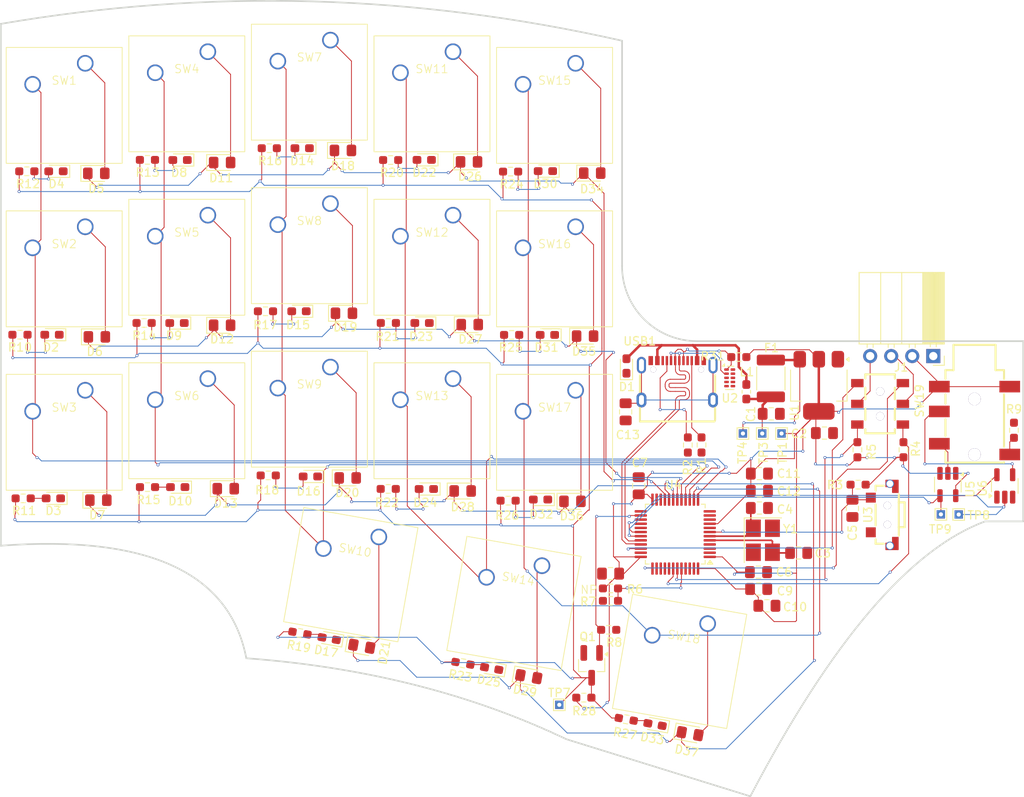
<source format=kicad_pcb>
(kicad_pcb (version 20240108) (generator "pcbnew") (generator_version "8.0")
  (layers (0 "F.Cu" signal) (31 "B.Cu" signal) (34 "B.Paste" user) (35 "F.Paste" user) (36 "B.SilkS" user "B.Silkscreen") (37 "F.SilkS" user "F.Silkscreen") (38 "B.Mask" user) (39 "F.Mask" user) (44 "Edge.Cuts" user))
  (net 0 "")
  (net 1 "Net-(Audio1-Pad4)")
  (net 2 "Net-(Audio1-Pad1)")
  (net 3 "+3V3")
  (net 4 "Net-(Audio1-Pad3)")
  (net 5 "/VBUS")
  (net 6 "/KB_ROW_0")
  (net 7 "/KB_ROW_1")
  (net 8 "GND")
  (net 9 "/KB_ROW_2")
  (net 10 "/KB_ROW_3")
  (net 11 "Net-(D2-A)")
  (net 12 "Net-(D3-A)")
  (net 13 "Net-(D4-A)")
  (net 14 "Net-(D5-A)")
  (net 15 "Net-(D6-A)")
  (net 16 "Net-(D7-A)")
  (net 17 "/KB_COL_0")
  (net 18 "Net-(D8-A)")
  (net 19 "Net-(D9-A)")
  (net 20 "Net-(D10-A)")
  (net 21 "Net-(D11-A)")
  (net 22 "Net-(D12-A)")
  (net 23 "/KB_COL_1")
  (net 24 "Net-(D13-A)")
  (net 25 "Net-(D14-A)")
  (net 26 "Net-(D15-A)")
  (net 27 "Net-(D16-A)")
  (net 28 "Net-(D17-A)")
  (net 29 "/KB_COL_2")
  (net 30 "Net-(D18-A)")
  (net 31 "/KB_COL_3")
  (net 32 "Net-(D19-A)")
  (net 33 "/KB_COL_4")
  (net 34 "Net-(D20-A)")
  (net 35 "Net-(D21-A)")
  (net 36 "Net-(D22-A)")
  (net 37 "/D+")
  (net 38 "Net-(D23-A)")
  (net 39 "Net-(D24-A)")
  (net 40 "Net-(D25-A)")
  (net 41 "Net-(D26-A)")
  (net 42 "Net-(D27-A)")
  (net 43 "Net-(D28-A)")
  (net 44 "Net-(D29-A)")
  (net 45 "/D-")
  (net 46 "Net-(D30-A)")
  (net 47 "Net-(D31-A)")
  (net 48 "Net-(D32-A)")
  (net 49 "Net-(D33-A)")
  (net 50 "Net-(D34-A)")
  (net 51 "Net-(D35-A)")
  (net 52 "Net-(D36-A)")
  (net 53 "Net-(D37-A)")
  (net 54 "Net-(U1-VI)")
  (net 55 "Net-(J1-Pin_4)")
  (net 56 "Net-(J1-Pin_3)")
  (net 57 "/UART_RX")
  (net 58 "/OLED_SDA")
  (net 59 "Net-(USB1-CC1)")
  (net 60 "Net-(U4-NRST)")
  (net 61 "/UART_TX")
  (net 62 "Net-(USB1-CC2)")
  (net 63 "/SWDIO")
  (net 64 "/SWCLK")
  (net 65 "/OLED_SCL")
  (net 82 "Net-(U4-BOOT0)")
  (net 86 "Net-(U4-PD1)")
  (net 87 "Net-(U4-PD0)")
  (net 90 "Net-(Q1-G)")
  (net 91 "/MatrixL/LED_DRIVE")
  (net 92 "Net-(C1-Pad1)")
  (net 93 "Net-(C13-Pad1)")
  (footprint "LED_SMD:LED_0603_1608Metric_Pad1.05x0.95mm_HandSolder" (layer "F.Cu") (at 149.701707 140.871943 170)
    (property "Reference" "D17")
    (property "Value" "LED" (hide yes))
  )
  (footprint "Resistor_SMD:R_0603_1608Metric_Pad0.98x0.95mm_HandSolder" (layer "F.Cu") (at 183.442501 139.81)
    (property "Reference" "R8")
    (property "Value" "5.1 kohm" (hide yes))
  )
  (footprint "LED_SMD:LED_0603_1608Metric_Pad1.05x0.95mm_HandSolder" (layer "F.Cu") (at 175.805 84.4 180)
    (property "Reference" "D30")
    (property "Value" "LED" (hide yes))
  )
  (footprint "Diode_SMD:D_0805_2012Metric_Pad1.15x1.40mm_HandSolder" (layer "F.Cu") (at 151.3625 81.9)
    (property "Reference" "D18")
    (property "Value" "CD4148W" (hide yes))
  )
  (footprint "Diode_SMD:D_0805_2012Metric_Pad1.15x1.40mm_HandSolder" (layer "F.Cu") (at 121.83 124.15)
    (property "Reference" "D7")
    (property "Value" "CD4148W" (hide yes))
  )
  (footprint "LED_SMD:LED_0603_1608Metric_Pad1.05x0.95mm_HandSolder" (layer "F.Cu") (at 147.433 121.285 180)
    (property "Reference" "D16")
    (property "Value" "LED" (hide yes))
  )
  (footprint "personal:Gateron_Milky_Yellow" (layer "F.Cu") (at 176.911 115.951)
    (property "Reference" "SW17")
    (property "Value" "SW_Push" (hide yes))
  )
  (footprint "LED_SMD:LED_0603_1608Metric_Pad1.05x0.95mm_HandSolder" (layer "F.Cu") (at 175.2175 124.07 180)
    (property "Reference" "D32")
    (property "Value" "LED" (hide yes))
  )
  (footprint "Resistor_SMD:R_0603_1608Metric_Pad0.98x0.95mm_HandSolder" (layer "F.Cu") (at 180.4425 148)
    (property "Reference" "R28")
    (property "Value" "4.7 kohm" (hide yes))
  )
  (footprint "Diode_SMD:D_0805_2012Metric_Pad1.15x1.40mm_HandSolder" (layer "F.Cu") (at 166.67 102.94)
    (property "Reference" "D27")
    (property "Value" "CD4148W" (hide yes))
  )
  (footprint "Package_TO_SOT_SMD:SOT-23-5_HandSoldering" (layer "F.Cu") (at 231.26 122.43 90)
    (property "Reference" "U6")
    (property "Value" "SN74LVC1G125DBV" (hide yes))
  )
  (footprint "Diode_SMD:D_0805_2012Metric_Pad1.15x1.40mm_HandSolder" (layer "F.Cu") (at 151.485 101.57)
    (property "Reference" "D19")
    (property "Value" "CD4148W" (hide yes))
  )
  (footprint "personal:Gateron_Milky_Yellow" (layer "F.Cu") (at 132.511 94.8025)
    (property "Reference" "SW5")
    (property "Value" "SW_Push" (hide yes))
  )
  (footprint "TestPoint:TestPoint_THTPad_1.0x1.0mm_Drill0.5mm" (layer "F.Cu") (at 201.98 116.095)
    (property "Reference" "TP3")
    (property "Value" "TestPoint" (hide yes))
  )
  (footprint "personal:Gateron_Milky_Yellow" (layer "F.Cu") (at 117.711 96.2025)
    (property "Reference" "SW2")
    (property "Value" "SW_Push" (hide yes))
  )
  (footprint "LED_SMD:LED_0603_1608Metric_Pad1.05x0.95mm_HandSolder" (layer "F.Cu") (at 116.715 84.42 180)
    (property "Reference" "D4")
    (property "Value" "LED" (hide yes))
  )
  (footprint "Resistor_SMD:R_0603_1608Metric_Pad0.98x0.95mm_HandSolder" (layer "F.Cu") (at 113.1965 84.42)
    (property "Reference" "R12")
    (property "Value" "1 kohm" (hide yes))
  )
  (footprint "TestPoint:TestPoint_THTPad_1.0x1.0mm_Drill0.5mm" (layer "F.Cu") (at 225.7 125.88)
    (property "Reference" "TP8")
    (property "Value" "TestPoint" (hide yes))
  )
  (footprint "personal:Gateron_Milky_Yellow" (layer "F.Cu") (at 162.111 114.551)
    (property "Reference" "SW13")
    (property "Value" "SW_Push" (hide yes))
  )
  (footprint "easyeda2kicad:SW-SMD_6P-L7.2-W3.5-P2.50-LS6.0-TL" (layer "F.Cu") (at 216.21 112.51 -90)
    (property "Reference" "SW19")
    (property "Value" "MS-22C01-G010" (hide yes))
  )
  (footprint "Capacitor_SMD:C_0805_2012Metric_Pad1.18x1.45mm_HandSolder" (layer "F.Cu") (at 201.640001 125.091999)
    (property "Reference" "C4")
    (property "Value" "10 pF" (hide yes))
  )
  (footprint "Diode_SMD:D_0805_2012Metric_Pad1.15x1.40mm_HandSolder" (layer "F.Cu") (at 136.775 83.36)
    (property "Reference" "D11")
    (property "Value" "CD4148W" (hide yes))
  )
  (footprint "easyeda2kicad:USB-C-SMD_TYPE-C-6PIN-2MD-073" (layer "F.Cu") (at 191.72 109.6675)
    (property "Reference" "USB1")
    (property "Value" "TYPE-C 16PIN 2MD(073)" (hide yes))
  )
  (footprint "LED_SMD:LED_0603_1608Metric_Pad1.05x0.95mm_HandSolder" (layer "F.Cu") (at 116.403 123.93 180)
    (property "Reference" "D3")
    (property "Value" "LED" (hide yes))
  )
  (footprint "Capacitor_SMD:C_0805_2012Metric_Pad1.18x1.45mm_HandSolder" (layer "F.Cu") (at 212.87 125.14 -90)
    (property "Reference" "C5")
    (property "Value" "0.1 µF" (hide yes))
  )
  (footprint "personal:Gateron_Milky_Yellow" (layer "F.Cu") (at 152.311 133.151 -10)
    (property "Reference" "SW10")
    (property "Value" "SW_Push" (hide yes))
  )
  (footprint "Resistor_SMD:R_0603_1608Metric_Pad0.98x0.95mm_HandSolder" (layer "F.Cu") (at 112.3715 104.16)
    (property "Reference" "R10")
    (property "Value" "1 kohm" (hide yes))
  )
  (footprint "Resistor_SMD:R_0603_1608Metric_Pad0.98x0.95mm_HandSolder" (layer "F.Cu") (at 127.7695 122.57)
    (property "Reference" "R15")
    (property "Value" "1 kohm" (hide yes))
  )
  (footprint "Diode_SMD:D_0805_2012Metric_Pad1.15x1.40mm_HandSolder" (layer "F.Cu") (at 136.7725 103.02)
    (property "Reference" "D12")
    (property "Value" "CD4148W" (hide yes))
  )
  (footprint "personal:Gateron_Milky_Yellow" (layer "F.Cu") (at 162.111 75.054)
    (property "Reference" "SW11")
    (property "Value" "SW_Push" (hide yes))
  )
  (footprint "Resistor_SMD:R_0603_1608Metric_Pad0.98x0.95mm_HandSolder" (layer "F.Cu") (at 156.83 122.79)
    (property "Reference" "R22")
    (property "Value" "1 kohm" (hide yes))
  )
  (footprint "Capacitor_SMD:C_0805_2012Metric_Pad1.18x1.45mm_HandSolder" (layer "F.Cu") (at 185.49 113.48 -90)
    (property "Reference" "C13")
    (property "Value" "10000 pF" (hide yes))
  )
  (footprint "Capacitor_SMD:C_0805_2012Metric_Pad1.18x1.45mm_HandSolder" (layer "F.Cu") (at 201.640001 123.013999)
    (property "Reference" "C12")
    (property "Value" "1 µF" (hide yes))
  )
  (footprint "Resistor_SMD:R_0603_1608Metric_Pad0.98x0.95mm_HandSolder" (layer "F.Cu") (at 194.65 117.48 -90)
    (property "Reference" "R1")
    (property "Value" "5.1 kohm" (hide yes))
  )
  (footprint "personal:Gateron_Milky_Yellow" (layer "F.Cu") (at 172.007155 136.623964 -10)
    (property "Reference" "SW14")
    (property "Value" "SW_Push" (hide yes))
  )
  (footprint "Resistor_SMD:R_0603_1608Metric_Pad0.98x0.95mm_HandSolder" (layer "F.Cu") (at 213.47 118.0575 90)
    (property "Reference" "R5")
    (property "Value" "4.7 kohm" (hide yes))
  )
  (footprint "LED_SMD:LED_0603_1608Metric_Pad1.05x0.95mm_HandSolder" (layer "F.Cu") (at 169.317142 144.479169 170)
    (property "Reference" "D25")
    (property "Value" "LED" (hide yes))
  )
  (footprint "Resistor_SMD:R_0603_1608Metric_Pad0.98x0.95mm_HandSolder" (layer "F.Cu") (at 171.7275 104.18)
    (property "Reference" "R25")
    (property "Value" "1 kohm" (hide yes))
  )
  (footprint "Resistor_SMD:R_0603_1608Metric_Pad0.98x0.95mm_HandSolder" (layer "F.Cu") (at 183.66 136.31 180)
    (property "Reference" "R7")
    (property "Value" "4.7 kohm" (hide yes))
  )
  (footprint "personal:Gateron_Milky_Yellow" (layer "F.Cu") (at 176.911 96.2025)
    (property "Reference" "SW16")
    (property "Value" "SW_Push" (hide yes))
  )
  (footprint "Package_TO_SOT_SMD:SOT-223-3_TabPin2" (layer "F.Cu") (at 208.812501 110.27 -90)
    (property "Reference" "U1")
    (property "Value" "AZ1117-3.3" (hide yes))
  )
  (footprint "Capacitor_SMD:C_0805_2012Metric_Pad1.18x1.45mm_HandSolder" (layer "F.Cu") (at 206.3775 130.52)
    (property "Reference" "C3")
    (property "Value" "10 pF" (hide yes))
  )
  (footprint "Capacitor_SMD:C_0805_2012Metric_Pad1.18x1.45mm_HandSolder" (layer "F.Cu") (at 203.07 113.72)
    (property "Reference" "C1")
    (property "Value" "10 µF" (hide yes))
  )
  (footprint "Diode_SMD:D_0603_1608Metric_Pad1.05x0.95mm_HandSolder" (layer "F.Cu") (at 185.59 107.937501 90)
    (property "Reference" "D1")
    (property "Value" "CPDUR5V0HE-HF" (hide yes))
  )
  (footprint "TestPoint:TestPoint_THTPad_1.0x1.0mm_Drill0.5mm" (layer "F.Cu") (at 223.55 125.86)
    (property "Reference" "TP9")
    (property "Value" "TestPoint" (hide yes))
  )
  (footprint "LED_SMD:LED_0603_1608Metric_Pad1.05x0.95mm_HandSolder" (layer "F.Cu") (at 146.0555 101.33 180)
    (property "Reference" "D15")
    (property "Value" "LED" (hide yes))
  )
  (footprint "Diode_SMD:D_0805_2012Metric_Pad1.15x1.40mm_HandSolder" (layer "F.Cu") (at 137.215 122.76)
    (property "Reference" "D13")
    (property "Value" "CD4148W" (hide yes))
  )
  (footprint "personal:Gateron_Milky_Yellow" (layer "F.Cu") (at 192.007155 143.623964 -10)
    (property "Reference" "SW18")
    (property "Value" "SW_Push" (hide yes))
  )
  (footprint "Capacitor_SMD:C_0805_2012Metric_Pad1.18x1.45mm_HandSolder" (layer "F.Cu") (at 201.549 134.874)
    (property "Reference" "C9")
    (property "Value" "0.1 µF" (hide yes))
  )
  (footprint "Capacitor_SMD:C_0805_2012Metric_Pad1.18x1.45mm_HandSolder" (layer "F.Cu") (at 183.67 133.02 180)
    (property "Reference" "C8" (hide yes))
    (property "Value" "0.1 µF" (hide yes))
  )
  (footprint "Package_QFP:LQFP-48_7x7mm_P0.5mm" (layer "F.Cu") (at 191.48 128.2475 180)
    (property "Reference" "U4")
    (property "Value" "STM32F103C8Tx" (hide yes))
  )
  (footprint "Capacitor_SMD:C_0805_2012Metric_Pad1.18x1.45mm_HandSolder" (layer "F.Cu") (at 201.5275 132.842)
    (property "Reference" "C6")
    (property "Value" "0.1 µF" (hide yes))
  )
  (footprint "TestPoint:TestPoint_THTPad_1.0x1.0mm_Drill0.5mm" (layer "F.Cu") (at 204.31 116.095 180)
    (property "Reference" "TP1")
    (property "Value" "TestPoint" (hide yes))
  )
  (footprint "easyeda2kicad:AUDIO-SMD_PJ-327E-SMT" (layer "F.Cu") (at 227.61 114.53 180)
    (property "Reference" "Audio1" (hide yes))
    (property "Value" "PJ-327E-SMT" (hide yes))
  )
  (footprint "LED_SMD:LED_0603_1608Metric_Pad1.05x0.95mm_HandSolder" (layer "F.Cu") (at 116.2395 104.16 180)
    (property "Reference" "D2")
    (property "Value" "LED" (hide yes))
  )
  (footprint "Diode_SMD:D_0805_2012Metric_Pad1.15x1.40mm_HandSolder" (layer "F.Cu") (at 179.0675 124.29)
    (property "Reference" "D36")
    (property "Value" "CD4148W" (hide yes))
  )
  (footprint "Package_SON:USON-10_2.5x1.0mm_P0.5mm" (layer "F.Cu") (at 198.055 109.37)
    (property "Reference" "U2")
    (property "Value" "TPD4E05U06DQA" (hide yes))
  )
  (footprint "Diode_SMD:D_0805_2012Metric_Pad1.15x1.40mm_HandSolder" (layer "F.Cu") (at 180.595 104.33)
    (property "Reference" "D35")
    (property "Value" "CD4148W" (hide yes))
  )
  (footprint "Resistor_SMD:R_0603_1608Metric_Pad0.98x0.95mm_HandSolder" (layer "F.Cu") (at 193 117.4825 -90)
    (property "Reference" "R2")
    (property "Value" "5.1 kohm" (hide yes))
  )
  (footprint "LED_SMD:LED_0603_1608Metric_Pad1.05x0.95mm_HandSolder" (layer "F.Cu") (at 131.328 102.75 180)
    (property "Reference" "D9")
    (property "Value" "LED" (hide yes))
  )
  (footprint "LED_SMD:LED_0603_1608Metric_Pad1.05x0.95mm_HandSolder" (layer "F.Cu") (at 160.915 102.743 180)
    (property "Reference" "D23")
    (property "Value" "LED" (hide yes))
  )
  (footprint "personal:Gateron_Milky_Yellow" (layer "F.Cu") (at 132.511 75.054)
    (property "Reference" "SW4")
    (property "Value" "SW_Push" (hide yes))
  )
  (footprint "personal:Gateron_Milky_Yellow" (layer "F.Cu") (at 132.511 114.551)
    (property "Reference" "SW6")
    (property "Value" "SW_Push" (hide yes))
  )
  (footprint "Inductor_SMD:L_0603_1608Metric_Pad1.05x0.95mm_HandSolder" (layer "F.Cu") (at 200.06 111.05 -90)
    (property "Reference" "L1")
    (property "Value" "120 Ohm @ 100 MHz" (hide yes))
  )
  (footprint "Resistor_SMD:R_0603_1608Metric_Pad0.98x0.95mm_HandSolder" (layer "F.Cu") (at 142.0095 101.33)
    (property "Reference" "R17")
    (property "Value" "1 kohm" (hide yes))
  )
  (footprint "Resistor_SMD:R_0603_1608Metric_Pad0.98x0.95mm_HandSolder" (layer "F.Cu") (at 171.6005 84.455)
    (property "Reference" "R24")
    (property "Value" "1 kohm" (hide yes))
  )
  (footprint "Resistor_SMD:R_0603_1608Metric_Pad0.98x0.95mm_HandSolder" (layer "F.Cu") (at 185.561364 150.621546 -10)
    (property "Reference" "R27")
    (property "Value" "1 kohm" (hide yes))
  )
  (footprint "Connector_PinSocket_2.54mm:PinSocket_1x04_P2.54mm_Horizontal" (layer "F.Cu") (at 222.63 106.74 -90)
    (property "Reference" "J1")
    (property "Value" "Conn_01x04_Pin" (hide yes))
  )
  (footprint "Diode_SMD:D_0805_2012Metric_Pad1.15x1.40mm_HandSolder" (layer "F.Cu") (at 121.6525 104.42)
    (property "Reference" "D6")
    (property "Value" "CD4148W" (hide yes))
  )
  (footprint "Diode_SMD:D_0805_2012Metric_Pad1.15x1.40mm_HandSolder" (layer "F.Cu") (at 121.585 84.67)
    (property "Reference" "D5")
    (property "Value" "CD4148W" (hide yes))
  )
  (footprint "Resistor_SMD:R_0603_1608Metric_Pad0.98x0.95mm_HandSolder" (layer "F.Cu") (at 232.37 115.7 -90)
    (property "Reference" "R9")
    (property "Value" "100 ohm" (hide yes))
  )
  (footprint "TestPoint:TestPoint_THTPad_1.0x1.0mm_Drill0.5mm" (layer "F.Cu") (at 199.65 116.095 90)
    (property "Reference" "TP4")
    (property "Value" "TestPoint" (hide yes))
  )
  (footprint "Diode_SMD:D_0805_2012Metric_Pad1.15x1.40mm_HandSolder" (layer "F.Cu") (at 193.26 152.35 -10)
    (property "Reference" "D37")
    (property "Value" "CD4148W" (hide yes))
  )
  (footprint "Package_TO_SOT_SMD:SOT-23-5_HandSoldering" (layer "F.Cu") (at 224.39 122.26 -90)
    (property "Reference" "U5")
    (property "Value" "SN74LVC1G125DBV" (hide yes))
  )
  (footprint "Resistor_SMD:R_0603_1608Metric_Pad0.98x0.95mm_HandSolder" (layer "F.Cu") (at 156.845 102.743)
    (property "Reference" "R21")
    (property "Value" "1 kohm" (hide yes))
  )
  (footprint "personal:Gateron_Milky_Yellow" (layer "F.Cu") (at 176.911 76.454)
    (property "Reference" "SW15")
    (property "Value" "SW_Push" (hide yes))
  )
  (footprint "Resistor_SMD:R_0603_1608Metric_Pad0.98x0.95mm_HandSolder" (layer "F.Cu") (at 171.2995 124.206)
    (property "Reference" "R26")
    (property "Value" "1 kohm" (hide yes))
  )
  (footprint "personal:Gateron_Milky_Yellow" (layer "F.Cu") (at 117.711 76.454)
    (property "Reference" "SW1")
    (property "Value" "SW_Push" (hide yes))
  )
  (footprint "Resistor_SMD:R_0603_1608Metric_Pad0.98x0.95mm_HandSolder" (layer "F.Cu") (at 142.3435 121.158)
    (property "Reference" "R18")
    (property "Value" "1 kohm" (hide yes))
  )
  (footprint "Diode_SMD:D_0805_2012Metric_Pad1.15x1.40mm_HandSolder" (layer "F.Cu") (at 181.455 84.64)
    (property "Reference" "D34")
    (property "Value" "CD4148W" (hide yes))
  )
  (footprint "Capacitor_SMD:C_0805_2012Metric_Pad1.18x1.45mm_HandSolder" (layer "F.Cu") (at 202.5435 136.906)
    (property "Reference" "C10")
    (property "Value" "10 µF" (hide yes))
  )
  (footprint "Resistor_SMD:R_0603_1608Metric_Pad0.98x0.95mm_HandSolder" (layer "F.Cu") (at 142.4705 81.63)
    (property "Reference" "R16")
    (property "Value" "1 kohm" (hide yes))
  )
  (footprint "Capacitor_SMD:C_0805_2012Metric_Pad1.18x1.45mm_HandSolder" (layer "F.Cu") (at 209.49 116.04)
    (property "Reference" "C2")
    (property "Value" "22 µF" (hide yes))
  )
  (footprint "Resistor_SMD:R_0603_1608Metric_Pad0.98x0.95mm_HandSolder" (layer "F.Cu") (at 157.1225 83.058)
    (property "Reference" "R20")
    (property "Value" "1 kohm" (hide yes))
  )
  (footprint "Resistor_SMD:R_0603_1608Metric_Pad0.98x0.95mm_HandSolder" (layer "F.Cu") (at 127.7595 83.04)
    (property "Reference" "R13")
    (property "Value" "1 kohm" (hide yes))
  )
  (footprint "personal:Gateron_Milky_Yellow" (layer "F.Cu") (at 147.311 73.654)
    (property "Reference" "SW7")
    (property "Value" "SW_Push" (hide yes))
  )
  (footprint "Resistor_SMD:R_0603_1608Metric_Pad0.98x0.95mm_HandSolder" (layer "F.Cu") (at 146.170343 140.200397 -10)
    (property "Reference" "R19")
    (property "Value" "1 kohm" (hide yes))
  )
  (footprint "Fuse:Fuse_1812_4532Metric_Pad1.30x3.40mm_HandSolder" (layer "F.Cu") (at 203.02 109.445 90)
    (property "Reference" "F1")
    (property "Value" "1812L050/30PR" (hide yes))
  )
  (footprint "Diode_SMD:D_0805_2012Metric_Pad1.15x1.40mm_HandSolder" (layer "F.Cu") (at 165.815 123.04)
    (property "Reference" "D28")
    (property "Value" "CD4148W" (hide yes))
  )
  (footprint "Resistor_SMD:R_0603_1608Metric_Pad0.98x0.95mm_HandSolder" (layer "F.Cu") (at 199.15 106.86 180)
    (property "Reference" "R31")
    (property "Value" "1.5 kohm" (hide yes))
  )
  (footprint "Resistor_SMD:R_0603_1608Metric_Pad0.98x0.95mm_HandSolder" (layer "F.Cu") (at 127.3575 102.743)
    (property "Reference" "R14")
    (property "Value" "1 kohm" (hide yes))
  )
  (footprint "LED_SMD:LED_0603_1608Metric_Pad1.05x0.95mm_HandSolder" (layer "F.Cu") (at 131.415 122.57 180)
    (property "Reference" "D10")
    (property "Value" "LED" (hide yes))
  )
  (footprint "Resistor_SMD:R_0603_1608Metric_Pad0.98x0.95mm_HandSolder" (layer "F.Cu") (at 213.5525 122.27 180)
    (property "Reference" "R3")
    (property "Value" "4.7 kohm" (hide yes))
  )
  (footprint "Crystal:Crystal_SMD_3225-4Pin_3.2x2.5mm_HandSoldering" (layer "F.Cu") (at 202.060001 128.989999 -90)
    (property "Reference" "Y1")
    (property "Value" "Crystal_GND24" (hide yes))
  )
  (footprint "LED_SMD:LED_0603_1608Metric_Pad1.05x0.95mm_HandSolder" (layer "F.Cu") (at 161.431 122.8 180)
    (property "Reference" "D24")
    (property "Value" "LED" (hide yes))
  )
  (footprint "Resistor_SMD:R_0603_1608Metric_Pad0.98x0.95mm_HandSolder" (layer "F.Cu") (at 165.848849 143.851112 -10)
    (property "Reference" "R23")
    (property "Value" "1 kohm" (hide yes))
  )
  (footprint "LED_SMD:LED_0603_1608Metric_Pad1.05x0.95mm_HandSolder" (layer "F.Cu") (at 131.699 83.058 180)
    (property "Reference" "D8")
    (property "Value" "LED" (hide yes))
  )
  (footprint "LED_SMD:LED_0603_1608Metric_Pad1.05x0.95mm_HandSolder" (layer "F.Cu") (at 176.0455 104.18 180)
    (property "Reference" "D31")
    (property "Value" "LED" (hide yes))
  )
  (footprint "personal:Gateron_Milky_Yellow" (layer "F.Cu") (at 162.111 94.8025)
    (property "Reference" "SW12")
    (property "Value" "SW_Push" (hide yes))
  )
  (footprint "personal:Gateron_Milky_Yellow" (layer "F.Cu") (at 147.311 113.151)
    (property "Reference" "SW9")
    (property "Value" "SW_Push" (hide yes))
  )
  (footprint "personal:Gateron_Milky_Yellow" (layer "F.Cu") (at 147.311 93.4025)
    (property "Reference" "SW8")
    (property "Value" "SW_Push" (hide yes))
  )
  (footprint "Capacitor_SMD:C_0805_2012Metric_Pad1.18x1.45mm_HandSolder" (layer "F.Cu") (at 201.640001 120.935999)
    (property "Reference" "C11")
    (property "Value" "0.1 µF" (hide yes))
  )
  (footprint "LED_SMD:LED_0603_1608Metric_Pad1.05x0.95mm_HandSolder" (layer "F.Cu") (at 146.44 81.63 180)
    (property "Reference" "D14")
    (property "Value" "LED" (hide yes))
  )
  (footprint "Resistor_SMD:R_0603_1608Metric_Pad0.98x0.95mm_HandSolder" (layer "F.Cu") (at 183.66 134.810001)
    (property "Reference" "R6")
    (property "Value" "4.7 kohm" (hide yes))
  )
  (footprint "Resistor_SMD:R_0603_1608Metric_Pad0.98x0.95mm_HandSolder" (layer "F.Cu") (at 219.03 118.0575 90)
    (property "Reference" "R4")
    (property "Value" "4.7 kohm" (hide yes))
  )
  (footprint "Capacitor_SMD:C_0805_2012Metric_Pad1.18x1.45mm_HandSolder" (layer "F.Cu") (at 187.071 122.4065 90)
    (property "Reference" "C7")
    (property "Value" "0.1 µF" (hide yes))
  )
  (footprint "easyeda2kicad:SW-SMD_YIYUAN_YTS1C003XXX" (layer "F.Cu") (at 216.37 125.91 90)
    (property "Reference" "U3")
    (property "Value" "YTS1C0033BBG01" (hide yes))
  )
  (footprint "LED_SMD:LED_0603_1608Metric_Pad1.05x0.95mm_HandSolder" (layer "F.Cu") (at 189.04 151.25 170)
    (property "Reference" "D33")
    (property "Value" "LED" (hide yes))
  )
  (footprint "Resistor_SMD:R_0603_1608Metric_Pad0.98x0.95mm_HandSolder" (layer "F.Cu") (at 112.7575 123.93)
    (property "Reference" "R11")
    (property "Value" "1 kohm" (hide yes))
  )
  (footprint "Diode_SMD:D_0805_2012Metric_Pad1.15x1.40mm_HandSolder" (layer "F.Cu") (at 166.585 83.28)
    (property "Reference" "D26")
    (property "Value" "CD4148W" (hide yes))
  )
  (footprint "LED_SMD:LED_0603_1608Metric_Pad1.05x0.95mm_HandSolder" (layer "F.Cu") (at 161.1755 83.04 180)
    (property "Reference" "D22")
    (property "Value" "LED" (hide yes))
  )
  (footprint "Diode_SMD:D_0805_2012Metric_Pad1.15x1.40mm_HandSolder" (layer "F.Cu") (at 173.790777 145.462859 -10)
    (property "Reference" "D29")
    (property "Value" "CD4148W" (hide yes))
  )
  (footprint "Diode_SMD:D_0805_2012Metric_Pad1.15x1.40mm_HandSolder" (layer "F.Cu") (at 153.629428 141.79799 -10)
    (property "Reference" "D21")
    (property "Value" "CD4148W" (hide yes))
  )
  (footprint "Package_TO_SOT_SMD:SOT-23_Handsoldering" (layer "F.Cu") (at 181.3875 144.1 -90)
    (property "Reference" "Q1")
    (property "Value" "2N7002" (hide yes))
  )
  (footprint "personal:Gateron_Milky_Yellow" (layer "F.Cu") (at 117.711 115.951)
    (property "Reference" "SW3")
    (property "Value" "SW_Push" (hide yes))
  )
  (footprint "Diode_SMD:D_0805_2012Metric_Pad1.15x1.40mm_HandSolder" (layer "F.Cu") (at 151.935 121.46)
    (property "Reference" "D20")
    (property "Value" "CD4148W" (hide yes))
  )
  (footprint "TestPoint:TestPoint_THTPad_1.0x1.0mm_Drill0.5mm" (layer "F.Cu") (at 177.48 148.87)
    (property "Reference" "TP7")
    (property "Value" "TestPoint" (hide yes))
  )
  (gr_curve (pts (xy 110.06 129.647598) (xy 127.80647 128.329289) (xy 137.685144 132.861241) (xy 139.696022 143.243453)) (stroke (width 0.2)) (layer "Edge.Cuts"))
  (gr_curve (pts (xy 200.542758 159.922653) (xy 210.387607 141.125636) (xy 219.834954 130.055627) (xy 228.884799 126.712626)) (stroke (width 0.2)) (layer "Edge.Cuts"))
  (gr_arc (start 194.1069 104.936958) (mid 187.697657 102.275065) (end 185.06 95.855806) (stroke (width 0.2)) (layer "Edge.Cuts"))
  (gr_line (start 233.486346 104.936958) (end 233.486346 126.712626) (stroke (width 0.2)) (layer "Edge.Cuts"))
  (gr_curve (pts (xy 139.696022 143.243453) (xy 154.023574 144.30223) (xy 166.902158 147.562591) (xy 178.331775 153.024536)) (stroke (width 0.2)) (layer "Edge.Cuts"))
  (gr_line (start 233.486346 126.712626) (end 228.884799 126.712626) (stroke (width 0.2)) (layer "Edge.Cuts"))
  (gr_line (start 194.1069 104.936958) (end 233.486346 104.936958) (stroke (width 0.2)) (layer "Edge.Cuts"))
  (gr_curve (pts (xy 110.06 66.61) (xy 135.06 62.310875) (xy 160.06 62.990636) (xy 185.06 68.649284)) (stroke (width 0.2)) (layer "Edge.Cuts"))
  (gr_line (start 110.06 129.647598) (end 110.06 66.61) (stroke (width 0.2)) (layer "Edge.Cuts"))
  (gr_line (start 185.06 95.855806) (end 185.06 68.649284) (stroke (width 0.2)) (layer "Edge.Cuts"))
  (gr_line (start 178.331775 153.024536) (end 200.542758 159.922653) (stroke (width 0.2)) (layer "Edge.Cuts"))
  (gr_text "NP" (at 179.959 135.55 0) (layer "F.SilkS") (effects (font (size 1 1) (thickness 0.1)) (justify left bottom)))
  (segment (start 224.39 118.36) (end 223.36 117.33) (width 0.1) (layer "F.Cu") (net 1))
  (segment (start 224.39 120.91) (end 224.39 118.36) (width 0.1) (layer "F.Cu") (net 1))
  (segment (start 231.86 118.63) (end 231.86 117.1225) (width 0.1) (layer "F.Cu") (net 2))
  (segment (start 231.86 117.1225) (end 232.37 116.6125) (width 0.1) (layer "F.Cu") (net 2))
  (segment (start 206.883 115.3495) (end 206.883 118.237) (width 0.1) (layer "F.Cu") (net 3))
  (segment (start 205.867 116.3655) (end 208.8125 113.42) (width 0.1) (layer "F.Cu") (net 3))
  (segment (start 185.295001 133.02) (end 187.317501 130.9975) (width 0.1) (layer "F.Cu") (net 3))
  (segment (start 184.15 131.064) (end 184.2165 130.9975) (width 0.1) (layer "F.Cu") (net 3))
  (segment (start 208.8125 113.42) (end 206.121 116.1115) (width 0.1) (layer "F.Cu") (net 3))
  (segment (start 179.53 148) (end 179.53 148.415) (width 0.1) (layer "F.Cu") (net 3))
  (segment (start 179.53 148.415) (end 180.467 149.352) (width 0.1) (layer "F.Cu") (net 3))
  (segment (start 202.4125 119.126) (end 205.867 119.126) (width 0.1) (layer "F.Cu") (net 3))
  (segment (start 200.602501 123.013999) (end 200.592251 123.013999) (width 0.1) (layer "F.Cu") (net 3))
  (segment (start 208.8125 113.42) (end 211.083 113.42) (width 0.1) (layer "F.Cu") (net 3))
  (segment (start 184.2165 130.9975) (end 187.317501 130.9975) (width 0.1) (layer "F.Cu") (net 3))
  (segment (start 200.602501 120.935999) (end 202.4125 119.126) (width 0.1) (layer "F.Cu") (net 3))
  (segment (start 218.2525 118.97) (end 219.03 118.97) (width 0.1) (layer "F.Cu") (net 3))
  (segment (start 208.812502 107.12) (end 207.662503 105.970001) (width 0.1) (layer "F.Cu") (net 3))
  (segment (start 188.115 122.4) (end 187.071 123.444) (width 0.1) (layer "F.Cu") (net 3))
  (segment (start 225.34 122.386) (end 226.822 120.904) (width 0.1) (layer "F.Cu") (net 3))
  (segment (start 196.290999 132.409999) (end 194.23 132.409999) (width 0.1) (layer "F.Cu") (net 3))
  (segment (start 186.182 124.333) (end 186.182 124.587) (width 0.1) (layer "F.Cu") (net 3))
  (segment (start 200.602501 120.935999) (end 200.602501 123.013999) (width 0.1) (layer "F.Cu") (net 3))
  (segment (start 213.47 118.97) (end 213.712 118.97) (width 0.1) (layer "F.Cu") (net 3))
  (segment (start 182.9175 134.81) (end 182.7475 134.81) (width 0.1) (layer "F.Cu") (net 3))
  (segment (start 199.009 132.842) (end 197.164499 130.997499) (width 0.1) (layer "F.Cu") (net 3))
  (segment (start 200.49 132.842) (end 199.009 132.842) (width 0.1) (layer "F.Cu") (net 3))
  (segment (start 184.7075 133.02) (end 182.9175 134.81) (width 0.1) (layer "F.Cu") (net 3))
  (segment (start 188.722 120.777) (end 188.115 121.384) (width 0.1) (layer "F.Cu") (net 3))
  (segment (start 188.088999 123.444) (end 188.73 124.085001) (width 0.1) (layer "F.Cu") (net 3))
  (segment (start 208.4525 116.04) (end 208.4525 113.78) (width 0.1) (layer "F.Cu") (net 3))
  (segment (start 184.023 124.587) (end 184.023 130.937) (width 0.1) (layer "F.Cu") (net 3))
  (segment (start 183.261 148.59) (end 183.515 148.336) (width 0.1) (layer "F.Cu") (net 3))
  (segment (start 223.36 110.009999) (end 220.09 106.739999) (width 0.1) (layer "F.Cu") (net 3))
  (segment (start 206.121 116.1115) (end 206.121 132.969) (width 0.1) (layer "F.Cu") (net 3))
  (segment (start 201.506 135.8685) (end 200.5115 134.874) (width 0.1) (layer "F.Cu") (net 3))
  (segment (start 217.932 118.999) (end 218.44 118.999) (width 0.1) (layer "F.Cu") (net 3))
  (segment (start 198.755 134.874) (end 196.290999 132.409999) (width 0.1) (layer "F.Cu") (net 3))
  (segment (start 196.60875 126.9975) (end 195.642499 126.9975) (width 0.1) (layer "F.Cu") (net 3))
  (segment (start 212.217 119.888) (end 212.552 119.888) (width 0.1) (layer "F.Cu") (net 3))
  (segment (start 206.121 138.684) (end 205.994 138.811) (width 0.1) (layer "F.Cu") (net 3))
  (segment (start 198.882 132.842) (end 200.49 132.842) (width 0.1) (layer "F.Cu") (net 3))
  (segment (start 197.993 120.904) (end 198.882 120.904) (width 0.1) (layer "F.Cu") (net 3))
  (segment (start 187.071 123.444) (end 188.088999 123.444) (width 0.1) (layer "F.Cu") (net 3))
  (segment (start 200.5115 134.874) (end 198.755 134.874) (width 0.1) (layer "F.Cu") (net 3))
  (segment (start 208.8125 113.42) (end 208.8125 107.120002) (width 0.3) (layer "F.Cu") (net 3))
  (segment (start 207.662503 105.970001) (end 200.952499 105.970001) (width 0.1) (layer "F.Cu") (net 3))
  (segment (start 206.121 132.969) (end 205.486 132.969) (width 0.1) (layer "F.Cu") (net 3))
  (segment (start 183.515 134.2125) (end 184.7075 133.02) (width 0.1) (layer "F.Cu") (net 3))
  (segment (start 200.602501 119.183499) (end 200.602501 120.935999) (width 0.1) (layer "F.Cu") (net 3))
  (segment (start 197.164499 130.997499) (end 195.642501 130.997499) (width 0.1) (layer "F.Cu") (net 3))
  (segment (start 198.882 120.904) (end 200.66 119.126) (width 0.1) (layer "F.Cu") (net 3))
  (segment (start 200.952499 105.970001) (end 200.0625 106.86) (width 0.1) (layer "F.Cu") (net 3))
  (segment (start 218.44 118.999) (end 218.469 118.97) (width 0.1) (layer "F.Cu") (net 3))
  (segment (start 187.071 123.444) (end 186.182 124.333) (width 0.1) (layer "F.Cu") (net 3))
  (segment (start 201.506 136.906) (end 201.506 135.8685) (width 0.1) (layer "F.Cu") (net 3))
  (segment (start 184.7075 131.6215) (end 184.7075 133.02) (width 0.1) (layer "F.Cu") (net 3))
  (segment (start 188.115 121.384) (end 188.115 122.4) (width 0.1) (layer "F.Cu") (net 3))
  (segment (start 208.4525 119.7155) (end 208.407 119.761) (width 0.1) (layer "F.Cu") (net 3))
  (segment (start 219.03 119.933) (end 219.03 118.97) (width 0.1) (layer "F.Cu") (net 3))
  (segment (start 184.7075 133.02) (end 185.295001 133.02) (width 0.1) (layer "F.Cu") (net 3))
  (segment (start 211.083 113.42) (end 211.201 113.538) (width 0.1) (layer "F.Cu") (net 3))
  (segment (start 208.4525 113.78) (end 208.8125 113.42) (width 0.1) (layer "F.Cu") (net 3))
  (segment (start 184.023 130.937) (end 184.15 131.064) (width 0.1) (layer "F.Cu") (net 3))
  (segment (start 200.592251 123.013999) (end 196.60875 126.9975) (width 0.1) (layer "F.Cu") (net 3))
  (segment (start 223.199 110.43) (end 223.36 110.43) (width 0.1) (layer "F.Cu") (net 3))
  (segment (start 218.469 118.97) (end 219.03 118.97) (width 0.1) (layer "F.Cu") (net 3))
  (segment (start 230.31 121.08) (end 227.78 123.61) (width 0.1) (layer "F.Cu") (net 3))
  (segment (start 212.552 119.888) (end 213.47 118.97) (width 0.1) (layer "F.Cu") (net 3))
  (segment (start 206.1375 116.095) (end 208.8125 113.42) (width 0.1) (layer "F.Cu") (net 3))
  (segment (start 204.31 116.095) (end 206.1375 116.095) (width 0.1) (layer "F.Cu") (net 3))
  (segment (start 231.86 110.43) (end 223.36 110.43) (width 0.1) (layer "F.Cu") (net 3))
  (segment (start 208.8125 107.120002) (end 208.812502 107.12) (width 0.1) (layer "F.Cu") (net 3))
  (segment (start 221.234 112.395) (end 223.199 110.43) (width 0.1) (layer "F.Cu") (net 3))
  (segment (start 214.465 122.27) (end 214.9525 122.27) (width 0.1) (layer "F.Cu") (net 3))
  (segment (start 208.8125 113.42) (end 206.883 115.3495) (width 0.1) (layer "F.Cu") (net 3))
  (segment (start 227.78 123.61) (end 225.34 123.61) (width 0.1) (layer "F.Cu") (net 3))
  (segment (start 225.34 123.61) (end 225.34 122.386) (width 0.1) (layer "F.Cu") (net 3))
  (segment (start 213.712 118.97) (end 213.741 118.999) (width 0.1) (layer "F.Cu") (net 3))
  (segment (start 205.994 138.811) (end 203.411 138.811) (width 0.1) (layer "F.Cu") (net 3))
  (segment (start 200.66 119.126) (end 200.602501 119.183499) (width 0.1) (layer "F.Cu") (net 3))
  (segment (start 203.411 138.811) (end 201.506 136.906) (width 0.1) (layer "F.Cu") (net 3))
  (segment (start 184.023 130.937) (end 184.7075 131.6215) (width 0.1) (layer "F.Cu") (net 3))
  (segment (start 213.741 118.999) (end 214.63 118.999) (width 0.1) (layer "F.Cu") (net 3))
  (segment (start 198.628 133.096) (end 198.882 132.842) (width 0.1) (layer "F.Cu") (net 3))
  (segment (start 223.36 110.43) (end 223.36 110.009999) (width 0.1) (layer "F.Cu") (net 3))
  (segment (start 206.121 132.969) (end 206.121 138.684) (width 0.1) (layer "F.Cu") (net 3))
  (segment (start 183.515 148.336) (end 183.515 134.2125) (width 0.1) (layer "F.Cu") (net 3))
  (segment (start 208.4525 116.04) (end 208.4525 119.7155) (width 0.1) (layer "F.Cu") (net 3))
  (segment (start 205.867 119.126) (end 205.867 116.3655) (width 0.1) (layer "F.Cu") (net 3))
  (segment (start 218.948 120.015) (end 219.03 119.933) (width 0.1) (layer "F.Cu") (net 3))
  (segment (start 214.9525 122.27) (end 218.2525 118.97) (width 0.1) (layer "F.Cu") (net 3))
  (via (at 206.883 118.237) (size 0.35) (drill 0.2) (layers "F.Cu" "B.Cu") (net 3))
  (via (at 212.217 119.888) (size 0.35) (drill 0.2) (layers "F.Cu" "B.Cu") (net 3))
  (via (at 211.201 113.538) (size 0.35) (drill 0.2) (layers "F.Cu" "B.Cu") (net 3))
  (via (at 218.948 120.015) (size 0.35) (drill 0.2) (layers "F.Cu" "B.Cu") (net 3))
  (via (at 205.486 132.969) (size 0.35) (drill 0.2) (layers "F.Cu" "B.Cu") (net 3))
  (via (at 198.628 133.096) (size 0.35) (drill 0.2) (layers "F.Cu" "B.Cu") (net 3))
  (via (at 221.234 112.395) (size 0.35) (drill 0.2) (layers "F.Cu" "B.Cu") (net 3))
  (via (at 200.66 119.126) (size 0.35) (drill 0.2) (layers "F.Cu" "B.Cu") (net 3))
  (via (at 217.932 118.999) (size 0.35) (drill 0.2) (layers "F.Cu" "B.Cu") (net 3))
  (via (at 180.467 149.352) (size 0.35) (drill 0.2) (layers "F.Cu" "B.Cu") (net 3))
  (via (at 214.63 118.999) (size 0.35) (drill 0.2) (layers "F.Cu" "B.Cu") (net 3))
  (via (at 183.261 148.59) (size 0.35) (drill 0.2) (layers "F.Cu" "B.Cu") (net 3))
  (via (at 208.407 119.761) (size 0.35) (drill 0.2) (layers "F.Cu" "B.Cu") (net 3))
  (via (at 188.722 120.777) (size 0.35) (drill 0.2) (layers "F.Cu" "B.Cu") (net 3))
  (via (at 184.023 124.587) (size 0.35) (drill 0.2) (layers "F.Cu" "B.Cu") (net 3))
  (via (at 197.993 120.904) (size 0.35) (drill 0.2) (layers "F.Cu" "B.Cu") (net 3))
  (via (at 226.822 120.904) (size 0.35) (drill 0.2) (layers "F.Cu" "B.Cu") (net 3))
  (via (at 186.182 124.587) (size 0.35) (drill 0.2) (layers "F.Cu" "B.Cu") (net 3))
  (segment (start 198.755 132.969) (end 198.628 133.096) (width 0.1) (layer "B.Cu") (net 3))
  (segment (start 186.182 124.587) (end 184.023 124.587) (width 0.1) (layer "B.Cu") (net 3))
  (segment (start 197.993 120.904) (end 188.849 120.904) (width 0.1) (layer "B.Cu") (net 3))
  (segment (start 214.63 118.999) (end 217.932 118.999) (width 0.1) (layer "B.Cu") (net 3))
  (segment (start 205.486 132.969) (end 198.755 132.969) (width 0.1) (layer "B.Cu") (net 3))
  (segment (start 208.407 119.761) (end 208.534 119.888) (width 0.1) (layer "B.Cu") (net 3))
  (segment (start 211.201 113.538) (end 211.609 113.13) (width 0.1) (layer "B.Cu") (net 3))
  (segment (start 201.549 118.237) (end 200.66 119.126) (width 0.1) (layer "B.Cu") (net 3))
  (segment (start 208.534 119.888) (end 212.217 119.888) (width 0.1) (layer "B.Cu") (net 3))
  (segment (start 211.609 113.13) (end 220.499 113.13) (width 0.1) (layer "B.Cu") (net 3))
  (segment (start 182.626 149.225) (end 183.261 148.59) (width 0.1) (layer "B.Cu") (net 3))
  (segment (start 188.849 120.904) (end 188.722 120.777) (width 0.1) (layer "B.Cu") (net 3))
  (segment (start 226.822 120.904) (end 219.837 120.904) (width 0.1) (layer "B.Cu") (net 3))
  (segment (start 180.467 149.352) (end 180.594 149.225) (width 0.1) (layer "B.Cu") (net 3))
  (segment (start 220.499 113.13) (end 221.234 112.395) (width 0.1) (layer "B.Cu") (net 3))
  (segment (start 180.594 149.225) (end 182.626 149.225) (width 0.1) (layer "B.Cu") (net 3))
  (segment (start 206.883 118.237) (end 201.549 118.237) (width 0.1) (layer "B.Cu") (net 3))
  (segment (start 219.837 120.904) (end 218.948 120.015) (width 0.1) (layer "B.Cu") (net 3))
  (segment (start 232.21 121.08) (end 232.21 119.815) (width 0.1) (layer "F.Cu") (net 4))
  (segment (start 221.615 114.427) (end 222.612 113.43) (width 0.1) (layer "F.Cu") (net 4))
  (segment (start 221.615 119.761) (end 221.615 114.427) (width 0.1) (layer "F.Cu") (net 4))
  (segment (start 232.21 119.815) (end 232.156 119.761) (width 0.1) (layer "F.Cu") (net 4))
  (segment (start 222.612 113.43) (end 223.360001 113.43) (width 0.1) (layer "F.Cu") (net 4))
  (via (at 221.615 119.761) (size 0.35) (drill 0.2) (layers "F.Cu" "B.Cu") (net 4))
  (via (at 232.156 119.761) (size 0.35) (drill 0.2) (layers "F.Cu" "B.Cu") (net 4))
  (segment (start 232.156 119.761) (end 221.615 119.761) (width 0.1) (layer "B.Cu") (net 4))
  (segment (start 187.2125 105.44) (end 189.84 105.44) (width 0.3) (layer "F.Cu") (net 5))
  (segment (start 193.6 105.44) (end 198.76 105.44) (width 0.3) (layer "F.Cu") (net 5))
  (segment (start 199.15 105.83) (end 199.15 108.06) (width 0.3) (layer "F.Cu") (net 5))
  (segment (start 194.12 105.96) (end 194.12 107.2875) (width 0.3) (layer "F.Cu") (net 5))
  (segment (start 199.15 108.06) (end 200.06 108.97) (width 0.3) (layer "F.Cu") (net 5))
  (segment (start 193.6 105.44) (end 194.12 105.96) (width 0.3) (layer "F.Cu") (net 5))
  (segment (start 200.06 108.97) (end 200.06 110.175) (width 0.3) (layer "F.Cu") (net 5))
  (segment (start 185.59 107.0625) (end 187.2125 105.44) (width 0.3) (layer "F.Cu") (net 5))
  (segment (start 189.84 105.44) (end 193.6 105.44) (width 0.3) (layer "F.Cu") (net 5))
  (segment (start 198.76 105.44) (end 199.15 105.83) (width 0.3) (layer "F.Cu") (net 5))
  (segment (start 189.32 107.2875) (end 189.32 105.96) (width 0.3) (layer "F.Cu") (net 5))
  (segment (start 189.32 105.96) (end 189.84 105.44) (width 0.3) (layer "F.Cu") (net 5))
  (segment (start 188.735888 121.92) (end 190.23 123.414112) (width 0.1) (layer "F.Cu") (net 6))
  (segment (start 188.595 121.92) (end 188.735888 121.92) (width 0.1) (layer "F.Cu") (net 6))
  (segment (start 135.75 83.36) (end 135.75 83.934) (width 0.1) (layer "F.Cu") (net 6))
  (segment (start 134.112 84.709) (end 135.461 83.36) (width 0.1) (layer "F.Cu") (net 6))
  (segment (start 164.258 84.582) (end 165.56 83.28) (width 0.1) (layer "F.Cu") (net 6))
  (segment (start 165.56 83.28) (end 165.56 84.534) (width 0.1) (layer "F.Cu") (net 6))
  (segment (start 164.084 84.582) (end 164.258 84.582) (width 0.1) (layer "F.Cu") (net 6))
  (segment (start 179.07 85.979) (end 180.409 84.64) (width 0.1) (layer "F.Cu") (net 6))
  (segment (start 184.001088 121.814912) (end 184.001088 121.814911) (width 0.1) (layer "F.Cu") (net 6))
  (segment (start 135.75 83.934) (end 136.652 84.836) (width 0.1) (layer "F.Cu") (net 6))
  (segment (start 184.001088 121.814911) (end 182.88 120.693823) (width 0.1) (layer "F.Cu") (net 6))
  (segment (start 165.56 84.534) (end 166.243 85.217) (width 0.1) (layer "F.Cu") (net 6))
  (segment (start 150.3375 81.9) (end 150.3375 83.4085) (width 0.1) (layer "F.Cu") (net 6))
  (segment (start 180.409 84.64) (end 180.43 84.64) (width 0.1) (layer "F.Cu") (net 6))
  (segment (start 182.88 120.693823) (end 182.88 87.09) (width 0.1) (layer "F.Cu") (net 6))
  (segment (start 120.56 84.67) (end 120.56 85.254) (width 0.1) (layer "F.Cu") (net 6))
  (segment (start 135.461 83.36) (end 135.75 83.36) (width 0.1) (layer "F.Cu") (net 6))
  (segment (start 149.606 84.201) (end 150.3375 83.4695) (width 0.1) (layer "F.Cu") (net 6))
  (segment (start 120.56 85.254) (end 121.666 86.36) (width 0.1) (layer "F.Cu") (net 6))
  (segment (start 182.88 87.09) (end 180.43 84.64) (width 0.1) (layer "F.Cu") (net 6))
  (segment (start 150.3375 83.4085) (end 151.257 84.328) (width 0.1) (layer "F.Cu") (net 6))
  (segment (start 190.23 123.414112) (end 190.23 124.085001) (width 0.1) (layer "F.Cu") (net 6))
  (segment (start 150.3375 83.4695) (end 150.3375 81.9) (width 0.1) (layer "F.Cu") (net 6))
  (via (at 166.243 85.217) (size 0.35) (drill 0.2) (layers "F.Cu" "B.Cu") (net 6))
  (via (at 136.652 84.836) (size 0.35) (drill 0.2) (layers "F.Cu" "B.Cu") (net 6))
  (via (at 151.257 84.328) (size 0.35) (drill 0.2) (layers "F.Cu" "B.Cu") (net 6))
  (via (at 188.595 121.92) (size 0.35) (drill 0.2) (layers "F.Cu" "B.Cu") (net 6))
  (via (at 164.084 84.582) (size 0.35) (drill 0.2) (layers "F.Cu" "B.Cu") (net 6))
  (via (at 134.112 84.709) (size 0.35) (drill 0.2) (layers "F.Cu" "B.Cu") (net 6))
  (via (at 179.07 85.979) (size 0.35) (drill 0.2) (layers "F.Cu" "B.Cu") (net 6))
  (via (at 184.001088 121.814912) (size 0.35) (drill 0.2) (layers "F.Cu" "B.Cu") (net 6))
  (via (at 149.606 84.201) (size 0.35) (drill 0.2) (layers "F.Cu" "B.Cu") (net 6))
  (via (at 121.666 86.36) (size 0.35) (drill 0.2) (layers "F.Cu" "B.Cu") (net 6))
  (segment (start 188.595 121.92) (end 188.341 121.666) (width 0.1) (layer "B.Cu") (net 6))
  (segment (start 188.341 121.666) (end 184.15 121.666) (width 0.1) (layer "B.Cu") (net 6))
  (segment (start 177.673 85.852) (end 178.943 85.852) (width 0.1) (layer "B.Cu") (net 6))
  (segment (start 166.243 85.217) (end 166.624 85.598) (width 0.1) (layer "B.Cu") (net 6))
  (segment (start 177.419 85.598) (end 177.673 85.852) (width 0.1) (layer "B.Cu") (net 6))
  (segment (start 136.652 84.836) (end 148.971 84.836) (width 0.1) (layer "B.Cu") (net 6))
  (segment (start 151.257 84.328) (end 151.511 84.582) (width 0.1) (layer "B.Cu") (net 6))
  (segment (start 132.715 86.106) (end 134.112 84.709) (width 0.1) (layer "B.Cu") (net 6))
  (segment (start 121.92 86.106) (end 132.715 86.106) (width 0.1) (layer "B.Cu") (net 6))
  (segment (start 148.971 84.836) (end 149.606 84.201) (width 0.1) (layer "B.Cu") (net 6))
  (segment (start 151.511 84.582) (end 164.084 84.582) (width 0.1) (layer "B.Cu") (net 6))
  (segment (start 184.15 121.666) (end 184.001088 121.814912) (width 0.1) (layer "B.Cu") (net 6))
  (segment (start 166.624 85.598) (end 177.419 85.598) (width 0.1) (layer "B.Cu") (net 6))
  (segment (start 121.666 86.36) (end 121.92 86.106) (width 0.1) (layer "B.Cu") (net 6))
  (segment (start 178.943 85.852) (end 179.07 85.979) (width 0.1) (layer "B.Cu") (net 6))
  (segment (start 192.151 121.539) (end 191.73 121.96) (width 0.1) (layer "F.Cu") (net 7))
  (segment (start 165.645 103.288) (end 167.259 104.902) (width 0.1) (layer "F.Cu") (net 7))
  (segment (start 184.404 120.904) (end 183.107 119.607) (width 0.1) (layer "F.Cu") (net 7))
  (segment (start 183.107 119.607) (end 183.107 107.215) (width 0.1) (layer "F.Cu") (net 7))
  (segment (start 135.7475 103.02) (end 135.7475 103.4895) (width 0.1) (layer "F.Cu") (net 7))
  (segment (start 178.308 105.537) (end 178.689 105.537) (width 0.1) (layer "F.Cu") (net 7))
  (segment (start 164.211 104.394) (end 164.211 104.374) (width 0.1) (layer "F.Cu") (net 7))
  (segment (start 135.7475 103.4895) (end 136.779 104.521) (width 0.1) (layer "F.Cu") (net 7))
  (segment (start 164.211 104.374) (end 165.645 102.94) (width 0.1) (layer "F.Cu") (net 7))
  (segment (start 179.57 104.656) (end 179.57 104.33) (width 0.1) (layer "F.Cu") (net 7))
  (segment (start 149.987 103.251) (end 150.46 102.778) (width 0.1) (layer "F.Cu") (net 7))
  (segment (start 183.107 107.215) (end 184.023 106.299) (width 0.1) (layer "F.Cu") (net 7))
  (segment (start 150.46 102.778) (end 150.46 101.57) (width 0.1) (layer "F.Cu") (net 7))
  (segment (start 178.689 105.537) (end 179.57 104.656) (width 0.1) (layer "F.Cu") (net 7))
  (segment (start 191.73 121.96) (end 191.73 124.085) (width 0.1) (layer "F.Cu") (net 7))
  (segment (start 135.7475 103.6475) (end 135.7475 103.02) (width 0.1) (layer "F.Cu") (net 7))
  (segment (start 179.57 105.656) (end 180.086 106.172) (width 0.1) (layer "F.Cu") (net 7))
  (segment (start 179.57 104.33) (end 179.57 105.656) (width 0.1) (layer "F.Cu") (net 7))
  (segment (start 165.645 102.94) (end 165.645 103.288) (width 0.1) (layer "F.Cu") (net 7))
  (segment (start 120.6275 105.2605) (end 121.412 106.045) (width 0.1) (layer "F.Cu") (net 7))
  (segment (start 120.6275 104.42) (end 120.6275 105.2605) (width 0.1) (layer "F.Cu") (net 7))
  (segment (start 150.46 101.57) (end 150.46 102.581) (width 0.1) (layer "F.Cu") (net 7))
  (segment (start 134.874 104.521) (end 135.7475 103.6475) (width 0.1) (layer "F.Cu") (net 7))
  (segment (start 150.46 102.581) (end 151.384 103.505) (width 0.1) (layer "F.Cu") (net 7))
  (via (at 149.987 103.251) (size 0.35) (drill 0.2) (layers "F.Cu" "B.Cu") (net 7))
  (via (at 121.412 106.045) (size 0.35) (drill 0.2) (layers "F.Cu" "B.Cu") (net 7))
  (via (at 167.259 104.902) (size 0.35) (drill 0.2) (layers "F.Cu" "B.Cu") (net 7))
  (via (at 151.384 103.505) (size 0.35) (drill 0.2) (layers "F.Cu" "B.Cu") (net 7))
  (via (at 136.779 104.521) (size 0.35) (drill 0.2) (layers "F.Cu" "B.Cu") (net 7))
  (via (at 178.308 105.537) (size 0.35) (drill 0.2) (layers "F.Cu" "B.Cu") (net 7))
  (via (at 192.151 121.539) (size 0.35) (drill 0.2) (layers "F.Cu" "B.Cu") (net 7))
  (via (at 180.086 106.172) (size 0.35) (drill 0.2) (layers "F.Cu" "B.Cu") (net 7))
  (via (at 184.023 106.299) (size 0.35) (drill 0.2) (layers "F.Cu" "B.Cu") (net 7))
  (via (at 164.211 104.394) (size 0.35) (drill 0.2) (layers "F.Cu" "B.Cu") (net 7))
  (via (at 184.404 120.904) (size 0.35) (drill 0.2) (layers "F.Cu" "B.Cu") (net 7))
  (via (at 134.874 104.521) (size 0.35) (drill 0.2) (layers "F.Cu" "B.Cu") (net 7))
  (segment (start 133.858 105.537) (end 134.874 104.521) (width 0.1) (layer "B.Cu") (net 7))
  (segment (start 121.412 106.045) (end 121.92 105.537) (width 0.1) (layer "B.Cu") (net 7))
  (segment (start 163.322 103.505) (end 164.211 104.394) (width 0.1) (layer "B.Cu") (net 7))
  (segment (start 151.384 103.505) (end 163.322 103.505) (width 0.1) (layer "B.Cu") (net 7))
  (segment (start 121.92 105.537) (end 133.858 105.537) (width 0.1) (layer "B.Cu") (net 7))
  (segment (start 136.779 104.521) (end 136.906 104.394) (width 0.1) (layer "B.Cu") (net 7))
  (segment (start 192.151 121.539) (end 192.024 121.412) (width 0.1) (layer "B.Cu") (net 7))
  (segment (start 180.086 106.172) (end 183.896 106.172) (width 0.1) (layer "B.Cu") (net 7))
  (segment (start 183.896 106.172) (end 184.023 106.299) (width 0.1) (layer "B.Cu") (net 7))
  (segment (start 136.906 104.394) (end 148.844 104.394) (width 0.1) (layer "B.Cu") (net 7))
  (segment (start 167.259 104.902) (end 177.673 104.902) (width 0.1) (layer "B.Cu") (net 7))
  (segment (start 148.844 104.394) (end 149.987 103.251) (width 0.1) (layer "B.Cu") (net 7))
  (segment (start 184.912 121.412) (end 184.404 120.904) (width 0.1) (layer "B.Cu") (net 7))
  (segment (start 192.024 121.412) (end 184.912 121.412) (width 0.1) (layer "B.Cu") (net 7))
  (segment (start 177.673 104.902) (end 178.308 105.537) (width 0.1) (layer "B.Cu") (net 7))
  (segment (start 136.017 124.333) (end 136.19 124.16) (width 0.1) (layer "F.Cu") (net 9))
  (segment (start 136.19 124.16) (end 136.19 122.76) (width 0.1) (layer "F.Cu") (net 9))
  (segment (start 178.0425 125.1065) (end 178.0425 124.29) (width 0.1) (layer "F.Cu") (net 9))
  (segment (start 120.805 124.15) (end 120.805 124.869) (width 0.1) (layer "F.Cu") (net 9))
  (segment (start 136.19 123.363) (end 137.541 124.714) (width 0.1) (layer "F.Cu") (net 9))
  (segment (start 178.0425 124.29) (end 178.0425 124.8295) (width 0.1) (layer "F.Cu") (net 9))
  (segment (start 178.0425 124.8295) (end 178.816 125.603) (width 0.1) (layer "F.Cu") (net 9))
  (segment (start 150.91 121.46) (end 150.91 122.462) (width 0.1) (layer "F.Cu") (net 9))
  (segment (start 136.19 122.76) (end 136.19 123.363) (width 0.1) (layer "F.Cu") (net 9))
  (segment (start 150.91 122.462) (end 152.4 123.952) (width 0.1) (layer "F.Cu") (net 9))
  (segment (start 136.017 124.714) (end 136.017 124.333) (width 0.1) (layer "F.Cu") (net 9))
  (segment (start 164.79 123.04) (end 164.79 124.404) (width 0.1) (layer "F.Cu") (net 9))
  (segment (start 150.91 123.029) (end 150.91 121.46) (width 0.1) (layer "F.Cu") (net 9))
  (segment (start 177.419 125.73) (end 178.0425 125.1065) (width 0.1) (layer "F.Cu") (net 9))
  (segment (start 150.876 123.063) (end 150.91 123.029) (width 0.1) (layer "F.Cu") (net 9))
  (segment (start 164.742 123.04) (end 164.79 123.04) (width 0.1) (layer "F.Cu") (net 9))
  (segment (start 164.79 124.404) (end 165.735 125.349) (width 0.1) (layer "F.Cu") (net 9))
  (segment (start 163.576 124.206) (end 164.742 123.04) (width 0.1) (layer "F.Cu") (net 9))
  (segment (start 191.135 122.809) (end 191.23 122.904) (width 0.1) (layer "F.Cu") (net 9))
  (segment (start 152.4 123.952) (end 152.4 124.333) (width 0.1) (layer "F.Cu") (net 9))
  (segment (start 120.805 124.869) (end 121.92 125.984) (width 0.1) (layer "F.Cu") (net 9))
  (segment (start 191.23 122.904) (end 191.23 124.085) (width 0.1) (layer "F.Cu") (net 9))
  (via (at 152.4 124.333) (size 0.35) (drill 0.2) (layers "F.Cu" "B.Cu") (net 9))
  (via (at 150.876 123.063) (size 0.35) (drill 0.2) (layers "F.Cu" "B.Cu") (net 9))
  (via (at 136.017 124.714) (size 0.35) (drill 0.2) (layers "F.Cu" "B.Cu") (net 9))
  (via (at 177.419 125.73) (size 0.35) (drill 0.2) (layers "F.Cu" "B.Cu") (net 9))
  (via (at 137.541 124.714) (size 0.35) (drill 0.2) (layers "F.Cu" "B.Cu") (net 9))
  (via (at 165.735 125.349) (size 0.35) (drill 0.2) (layers "F.Cu" "B.Cu") (net 9))
  (via (at 191.135 122.809) (size 0.35) (drill 0.2) (layers "F.Cu" "B.Cu") (net 9))
  (via (at 163.576 124.206) (size 0.35) (drill 0.2) (layers "F.Cu" "B.Cu") (net 9))
  (via (at 121.92 125.984) (size 0.35) (drill 0.2) (layers "F.Cu" "B.Cu") (net 9))
  (via (at 178.816 125.603) (size 0.35) (drill 0.2) (layers "F.Cu" "B.Cu") (net 9))
  (segment (start 152.4 124.333) (end 163.449 124.333) (width 0.1) (layer "B.Cu") (net 9))
  (segment (start 191.135 122.809) (end 190.726 122.4) (width 0.1) (layer "B.Cu") (net 9))
  (segment (start 121.92 125.984) (end 134.747 125.984) (width 0.1) (layer "B.Cu") (net 9))
  (segment (start 134.747 125.984) (end 136.017 124.714) (width 0.1) (layer "B.Cu") (net 9))
  (segment (start 165.862 125.476) (end 177.165 125.476) (width 0.1) (layer "B.Cu") (net 9))
  (segment (start 177.165 125.476) (end 177.419 125.73) (width 0.1) (layer "B.Cu") (net 9))
  (segment (start 163.449 124.333) (end 163.576 124.206) (width 0.1) (layer "B.Cu") (net 9))
  (segment (start 149.225 124.714) (end 150.876 123.063) (width 0.1) (layer "B.Cu") (net 9))
  (segment (start 137.541 124.714) (end 149.225 124.714) (width 0.1) (layer "B.Cu") (net 9))
  (segment (start 190.726 122.4) (end 182.146 122.4) (width 0.1) (layer "B.Cu") (net 9))
  (segment (start 178.943 125.603) (end 178.816 125.603) (width 0.1) (layer "B.Cu") (net 9))
  (segment (start 182.146 122.4) (end 178.943 125.603) (width 0.1) (layer "B.Cu") (net 9))
  (segment (start 165.735 125.349) (end 165.862 125.476) (width 0.1) (layer "B.Cu") (net 9))
  (segment (start 172.781349 147.000349) (end 173.101 147.32) (width 0.1) (layer "F.Cu") (net 10))
  (segment (start 172.781349 145.480651) (end 172.781349 145.284869) (width 0.1) (layer "F.Cu") (net 10))
  (segment (start 190.5 153.289) (end 190.881 153.289) (width 0.1) (layer "F.Cu") (net 10))
  (segment (start 190.246 122.174) (end 190.246 122.863501) (width 0.1) (layer "F.Cu") (net 10))
  (segment (start 152.62 141.62) (end 152.62 142.968) (width 0.1) (layer "F.Cu") (net 10))
  (segment (start 192.250572 152.17201) (end 192.250572 153.388572) (width 0.1) (layer "F.Cu") (net 10))
  (segment (start 172.781349 145.284869) (end 172.781349 147.000349) (width 0.1) (layer "F.Cu") (net 10))
  (segment (start 208.181 122.329) (end 208.026 122.174) (width 0.1) (layer "F.Cu") (net 10))
  (segment (start 190.5 121.92) (end 190.246 122.174) (width 0.1) (layer "F.Cu") (net 10))
  (segment (start 192.250572 153.388572) (end 193.04 154.178) (width 0.1) (layer "F.Cu") (net 10))
  (segment (start 208.181 143.411) (end 208.181 122.329) (width 0.1) (layer "F.Cu") (net 10))
  (segment (start 208.28 143.51) (end 208.181 143.411) (width 0.1) (layer "F.Cu") (net 10))
  (segment (start 191.99799 152.17201) (end 192.250572 152.17201) (width 0.1) (layer "F.Cu") (net 10))
  (segment (start 190.246 122.863501) (end 190.73 123.347501) (width 0.1) (layer "F.Cu") (net 10))
  (segment (start 190.73 123.347501) (end 190.73 124.085) (width 0.1) (layer "F.Cu") (net 10))
  (segment (start 152.62 142.968) (end 153.162 143.51) (width 0.1) (layer "F.Cu") (net 10))
  (segment (start 190.881 153.289) (end 191.99799 152.17201) (width 0.1) (layer "F.Cu") (net 10))
  (segment (start 171.45 146.812) (end 172.781349 145.480651) (width 0.1) (layer "F.Cu") (net 10))
  (via (at 193.04 154.178) (size 0.35) (drill 0.2) (layers "F.Cu" "B.Cu") (net 10))
  (via (at 208.026 122.174) (size 0.35) (drill 0.2) (layers "F.Cu" "B.Cu") (net 10))
  (via (at 171.45 146.812) (size 0.35) (drill 0.2) (layers "F.Cu" "B.Cu") (net 10))
  (via (at 208.28 143.51) (size 0.35) (drill 0.2) (layers "F.Cu" "B.Cu") (net 10))
  (via (at 153.162 143.51) (size 0.35) (drill 0.2) (layers "F.Cu" "B.Cu") (net 10))
  (via (at 190.5 121.92) (size 0.35) (drill 0.2) (layers "F.Cu" "B.Cu") (net 10))
  (via (at 190.5 153.289) (size 0.35) (drill 0.2) (layers "F.Cu" "B.Cu") (net 10))
  (via (at 173.101 147.32) (size 0.35) (drill 0.2) (layers "F.Cu" "B.Cu") (net 10))
  (segment (start 173.482 147.32) (end 178.435 152.273) (width 0.1) (layer "B.Cu") (net 10))
  (segment (start 158.242 143.51) (end 160.274 145.542) (width 0.1) (layer "B.Cu") (net 10))
  (segment (start 153.162 143.51) (end 158.242 143.51) (width 0.1) (layer "B.Cu") (net 10))
  (segment (start 160.274 145.542) (end 170.18 145.542) (width 0.1) (layer "B.Cu") (net 10))
  (segment (start 190.567026 121.92) (end 190.5 121.92) (width 0.1) (layer "B.Cu") (net 10))
  (segment (start 197.612 154.178) (end 208.28 143.51) (width 0.1) (layer "B.Cu") (net 10))
  (segment (start 190.821026 122.174) (end 190.567026 121.92) (width 0.1) (layer "B.Cu") (net 10))
  (segment (start 208.026 122.174) (end 190.821026 122.174) (width 0.1) (layer "B.Cu") (net 10))
  (segment (start 193.04 154.178) (end 197.612 154.178) (width 0.1) (layer "B.Cu") (net 10))
  (segment (start 189.484 152.273) (end 190.5 153.289) (width 0.1) (layer "B.Cu") (net 10))
  (segment (start 178.435 152.273) (end 189.484 152.273) (width 0.1) (layer "B.Cu") (net 10))
  (segment (start 170.18 145.542) (end 171.45 146.812) (width 0.1) (layer "B.Cu") (net 10))
  (segment (start 173.101 147.32) (end 173.482 147.32) (width 0.1) (layer "B.Cu") (net 10))
  (segment (start 115.3645 105.3315) (end 115.3645 104.16) (width 0.1) (layer "F.Cu") (net 11))
  (segment (start 113.284 104.16) (end 113.284 106.299) (width 0.1) (layer "F.Cu") (net 11))
  (segment (start 115.443 105.41) (end 115.3645 105.3315) (width 0.1) (layer "F.Cu") (net 11))
  (segment (start 115.443 106.299) (end 115.443 105.41) (width 0.1) (layer "F.Cu") (net 11))
  (via (at 115.443 106.299) (size 0.35) (drill 0.2) (layers "F.Cu" "B.Cu") (net 11))
  (via (at 113.284 106.299) (size 0.35) (drill 0.2) (layers "F.Cu" "B.Cu") (net 11))
  (segment (start 113.284 106.299) (end 115.443 106.299) (width 0.1) (layer "B.Cu") (net 11))
  (segment (start 113.67 123.93) (end 115.528 123.93) (width 0.1) (layer "F.Cu") (net 12))
  (segment (start 115.824 84.436) (end 115.84 84.42) (width 0.1) (layer "F.Cu") (net 13))
  (segment (start 114.109 84.42) (end 114.109 85.281) (width 0.1) (layer "F.Cu") (net 13))
  (segment (start 115.824 85.344) (end 115.824 84.436) (width 0.1) (layer "F.Cu") (net 13))
  (segment (start 114.109 85.281) (end 114.046 85.344) (width 0.1) (layer "F.Cu") (net 13))
  (via (at 114.046 85.344) (size 0.35) (drill 0.2) (layers "F.Cu" "B.Cu") (net 13))
  (via (at 115.824 85.344) (size 0.35) (drill 0.2) (layers "F.Cu" "B.Cu") (net 13))
  (segment (start 114.046 85.344) (end 115.824 85.344) (width 0.1) (layer "B.Cu") (net 13))
  (segment (start 122.61 73.732999) (end 120.251001 71.374) (width 0.1) (layer "F.Cu") (net 14))
  (segment (start 122.61 84.67) (end 122.61 73.732999) (width 0.1) (layer "F.Cu") (net 14))
  (segment (start 122.6775 93.548999) (end 120.251001 91.1225) (width 0.1) (layer "F.Cu") (net 15))
  (segment (start 122.6775 104.42) (end 122.6775 93.548999) (width 0.1) (layer "F.Cu") (net 15))
  (segment (start 122.855 113.474999) (end 120.251001 110.871) (width 0.1) (layer "F.Cu") (net 16))
  (segment (start 122.855 124.15) (end 122.855 113.474999) (width 0.1) (layer "F.Cu") (net 16))
  (segment (start 113.901 73.914) (end 114.901 74.914) (width 0.1) (layer "F.Cu") (net 17))
  (segment (start 114.21 93.9715) (end 114.21 113.102) (width 0.1) (layer "F.Cu") (net 17))
  (segment (start 114.901 92.6625) (end 113.901 93.6625) (width 0.1) (layer "F.Cu") (net 17))
  (segment (start 196.596 120.269) (end 195.834 120.269) (width 0.1) (layer "F.Cu") (net 17))
  (segment (start 193.23 122.873) (end 193.23 124.085) (width 0.1) (layer "F.Cu") (net 17))
  (segment (start 195.834 120.269) (end 193.23 122.873) (width 0.1) (layer "F.Cu") (net 17))
  (segment (start 114.901 74.914) (end 114.901 92.6625) (width 0.1) (layer "F.Cu") (net 17))
  (segment (start 113.901 93.6625) (end 114.21 93.9715) (width 0.1) (layer "F.Cu") (net 17))
  (segment (start 114.427 118.999) (end 113.901 118.473) (width 0.1) (layer "F.Cu") (net 17))
  (segment (start 196.723 120.142) (end 196.596 120.269) (width 0.1) (layer "F.Cu") (net 17))
  (segment (start 114.21 113.102) (end 113.901 113.411) (width 0.1) (layer "F.Cu") (net 17))
  (segment (start 113.901 118.473) (end 113.901 113.411) (width 0.1) (layer "F.Cu") (net 17))
  (via (at 196.723 120.142) (size 0.35) (drill 0.2) (layers "F.Cu" "B.Cu") (net 17))
  (via (at 114.427 118.999) (size 0.35) (drill 0.2) (layers "F.Cu" "B.Cu") (net 17))
  (segment (start 114.427 118.999) (end 114.554 118.999) (width 0.1) (layer "B.Cu") (net 17))
  (segment (start 114.554 118.999) (end 114.962 119.407) (width 0.1) (layer "B.Cu") (net 17))
  (segment (start 195.988 119.407) (end 196.723 120.142) (width 0.1) (layer "B.Cu") (net 17))
  (segment (start 114.962 119.407) (end 195.988 119.407) (width 0.1) (layer "B.Cu") (net 17))
  (segment (start 128.672 83.04) (end 128.672 84.307) (width 0.1) (layer "F.Cu") (net 18))
  (segment (start 130.824 83.707) (end 130.824 83.058) (width 0.1) (layer "F.Cu") (net 18))
  (segment (start 128.672 84.307) (end 128.651 84.328) (width 0.1) (layer "F.Cu") (net 18))
  (segment (start 130.937 83.82) (end 130.824 83.707) (width 0.1) (layer "F.Cu") (net 18))
  (segment (start 130.937 84.328) (end 130.937 83.82) (width 0.1) (layer "F.Cu") (net 18))
  (via (at 130.937 84.328) (size 0.35) (drill 0.2) (layers "F.Cu" "B.Cu") (net 18))
  (via (at 128.651 84.328) (size 0.35) (drill 0.2) (layers "F.Cu" "B.Cu") (net 18))
  (segment (start 128.651 84.328) (end 130.937 84.328) (width 0.1) (layer "B.Cu") (net 18))
  (segment (start 128.27 102.743) (end 128.27 104.521) (width 0.1) (layer "F.Cu") (net 19))
  (segment (start 130.453 103.989) (end 130.453 102.75) (width 0.1) (layer "F.Cu") (net 19))
  (segment (start 130.429 104.013) (end 130.453 103.989) (width 0.1) (layer "F.Cu") (net 19))
  (segment (start 130.429 104.521) (end 130.429 104.013) (width 0.1) (layer "F.Cu") (net 19))
  (via (at 130.429 104.521) (size 0.35) (drill 0.2) (layers "F.Cu" "B.Cu") (net 19))
  (via (at 128.27 104.521) (size 0.35) (drill 0.2) (layers "F.Cu" "B.Cu") (net 19))
  (segment (start 128.27 104.521) (end 130.429 104.521) (width 0.1) (layer "B.Cu") (net 19))
  (segment (start 128.682 122.57) (end 130.54 122.57) (width 0.1) (layer "F.Cu") (net 20))
  (segment (start 137.8 83.36) (end 137.8 72.722999) (width 0.1) (layer "F.Cu") (net 21))
  (segment (start 137.8 72.722999) (end 135.051001 69.974) (width 0.1) (layer "F.Cu") (net 21))
  (segment (start 137.7975 92.468999) (end 135.051001 89.7225) (width 0.1) (layer "F.Cu") (net 22))
  (segment (start 137.7975 103.02) (end 137.7975 92.468999) (width 0.1) (layer "F.Cu") (net 22))
  (segment (start 129.775 91.1885) (end 129.775 73.588) (width 0.1) (layer "F.Cu") (net 23))
  (segment (start 195.326 120.015) (end 192.730001 122.610999) (width 0.1) (layer "F.Cu") (net 23))
  (segment (start 192.730001 122.610999) (end 192.730001 124.085) (width 0.1) (layer "F.Cu") (net 23))
  (segment (start 128.701 119.557) (end 129.032 119.888) (width 0.1) (layer "F.Cu") (net 23))
  (segment (start 128.701 112.011) (end 129.413 111.299) (width 0.1) (layer "F.Cu") (net 23))
  (segment (start 129.413 111.299) (end 129.413 92.9745) (width 0.1) (layer "F.Cu") (net 23))
  (segment (start 129.413 92.9745) (end 128.701 92.2625) (width 0.1) (layer "F.Cu") (net 23))
  (segment (start 129.775 73.588) (end 128.701 72.514) (width 0.1) (layer "F.Cu") (net 23))
  (segment (start 128.701 112.011) (end 128.701 119.557) (width 0.1) (layer "F.Cu") (net 23))
  (segment (start 128.701 92.2625) (end 129.775 91.1885) (width 0.1) (layer "F.Cu") (net 23))
  (via (at 195.326 120.015) (size 0.35) (drill 0.2) (layers "F.Cu" "B.Cu") (net 23))
  (via (at 129.032 119.888) (size 0.35) (drill 0.2) (layers "F.Cu" "B.Cu") (net 23))
  (segment (start 129.286 119.634) (end 194.945 119.634) (width 0.1) (layer "B.Cu") (net 23))
  (segment (start 194.945 119.634) (end 195.326 120.015) (width 0.1) (layer "B.Cu") (net 23))
  (segment (start 129.032 119.888) (end 129.286 119.634) (width 0.1) (layer "B.Cu") (net 23))
  (segment (start 138.24 112.659999) (end 138.24 122.76) (width 0.1) (layer "F.Cu") (net 24))
  (segment (start 135.051001 109.471) (end 138.24 112.659999) (width 0.1) (layer "F.Cu") (net 24))
  (segment (start 143.383 82.677) (end 143.51 82.804) (width 0.1) (layer "F.Cu") (net 25))
  (segment (start 145.542 82.677) (end 145.565 82.654) (width 0.1) (layer "F.Cu") (net 25))
  (segment (start 145.565 82.654) (end 145.565 81.63) (width 0.1) (layer "F.Cu") (net 25))
  (segment (start 143.383 81.63) (end 143.383 82.677) (width 0.1) (layer "F.Cu") (net 25))
  (via (at 145.542 82.677) (size 0.35) (drill 0.2) (layers "F.Cu" "B.Cu") (net 25))
  (via (at 143.51 82.804) (size 0.35) (drill 0.2) (layers "F.Cu" "B.Cu") (net 25))
  (segment (start 143.51 82.804) (end 143.637 82.677) (width 0.1) (layer "B.Cu") (net 25))
  (segment (start 143.637 82.677) (end 145.542 82.677) (width 0.1) (layer "B.Cu") (net 25))
  (segment (start 145.1805 102.6355) (end 145.1805 101.33) (width 0.1) (layer "F.Cu") (net 26))
  (segment (start 145.415 102.87) (end 145.1805 102.6355) (width 0.1) (layer "F.Cu") (net 26))
  (segment (start 142.922 101.33) (end 142.922 102.823) (width 0.1) (layer "F.Cu") (net 26))
  (segment (start 142.922 102.823) (end 142.875 102.87) (width 0.1) (layer "F.Cu") (net 26))
  (via (at 145.415 102.87) (size 0.35) (drill 0.2) (layers "F.Cu" "B.Cu") (net 26))
  (via (at 142.875 102.87) (size 0.35) (drill 0.2) (layers "F.Cu" "B.Cu") (net 26))
  (segment (start 142.875 102.87) (end 145.415 102.87) (width 0.1) (layer "B.Cu") (net 26))
  (segment (start 143.256 122.555) (end 143.129 122.682) (width 0.1) (layer "F.Cu") (net 27))
  (segment (start 146.558 122.428) (end 146.558 121.285) (width 0.1) (layer "F.Cu") (net 27))
  (segment (start 143.256 121.158) (end 143.256 122.555) (width 0.1) (layer "F.Cu") (net 27))
  (segment (start 146.431 122.682) (end 146.431 122.555) (width 0.1) (layer "F.Cu") (net 27))
  (segment (start 146.431 122.555) (end 146.558 122.428) (width 0.1) (layer "F.Cu") (net 27))
  (via (at 143.129 122.682) (size 0.35) (drill 0.2) (layers "F.Cu" "B.Cu") (net 27))
  (via (at 146.431 122.682) (size 0.35) (drill 0.2) (layers "F.Cu" "B.Cu") (net 27))
  (segment (start 143.129 122.682) (end 146.431 122.682) (width 0.1) (layer "B.Cu") (net 27))
  (segment (start 148.478851 140.358851) (end 148.84 140.72) (width 0.1) (layer "F.Cu") (net 28))
  (segment (start 147.068979 140.358851) (end 148.478851 140.358851) (width 0.1) (layer "F.Cu") (net 28))
  (segment (start 144.501 72.114) (end 144.501 89.8625) (width 0.1) (layer "F.Cu") (net 29))
  (segment (start 143.501 90.8625) (end 144.018 91.3795) (width 0.1) (layer "F.Cu") (net 29))
  (segment (start 144.018 110.094) (end 143.501 110.611) (width 0.1) (layer "F.Cu") (net 29))
  (segment (start 143.501 71.114) (end 144.501 72.114) (width 0.1) (layer "F.Cu") (net 29))
  (segment (start 144.501 89.8625) (end 143.501 90.8625) (width 0.1) (layer "F.Cu") (net 29))
  (segment (start 144.399 125.38704) (end 144.399 111.509) (width 0.1) (layer "F.Cu") (net 29))
  (segment (start 144.018 91.3795) (end 144.018 110.094) (width 0.1) (layer "F.Cu") (net 29))
  (segment (start 148.999949 129.987989) (end 144.399 125.38704) (width 0.1) (layer "F.Cu") (net 29))
  (segment (start 148.999949 120.621051) (end 149.479 120.142) (width 0.1) (layer "F.Cu") (net 29))
  (segment (start 148.999949 129.987989) (end 148.999949 120.621051) (width 0.1) (layer "F.Cu") (net 29))
  (segment (start 194.31 120.142) (end 192.229999 122.222001) (width 0.1) (layer "F.Cu") (net 29))
  (segment (start 144.399 111.509) (end 143.501 110.611) (width 0.1) (layer "F.Cu") (net 29))
  (segment (start 192.229999 122.222001) (end 192.229999 124.084999) (width 0.1) (layer "F.Cu") (net 29))
  (via (at 149.479 120.142) (size 0.35) (drill 0.2) (layers "F.Cu" "B.Cu") (net 29))
  (via (at 194.31 120.142) (size 0.35) (drill 0.2) (layers "F.Cu" "B.Cu") (net 29))
  (segment (start 149.76 119.861) (end 194.029 119.861) (width 0.1) (layer "B.Cu") (net 29))
  (segment (start 149.479 120.142) (end 149.76 119.861) (width 0.1) (layer "B.Cu") (net 29))
  (segment (start 194.029 119.861) (end 194.31 120.142) (width 0.1) (layer "B.Cu") (net 29))
  (segment (start 152.3875 81.9) (end 152.3875 71.110499) (width 0.1) (layer "F.Cu") (net 30))
  (segment (start 152.3875 71.110499) (end 149.851001 68.574) (width 0.1) (layer "F.Cu") (net 30))
  (segment (start 168.696103 133.460954) (end 168.696103 119.466897) (width 0.1) (layer "F.Cu") (net 31))
  (segment (start 168.696103 119.466897) (end 169.291 118.872) (width 0.1) (layer "F.Cu") (net 31))
  (segment (start 158.301 112.011) (end 158.877 111.435) (width 0.1) (layer "F.Cu") (net 31))
  (segment (start 158.877 92.8385) (end 158.301 92.2625) (width 0.1) (layer "F.Cu") (net 31))
  (segment (start 159.131 112.841) (end 158.301 112.011) (width 0.1) (layer "F.Cu") (net 31))
  (segment (start 158.877 111.435) (end 158.877 92.8385) (width 0.1) (layer "F.Cu") (net 31))
  (segment (start 159.004 73.217) (end 158.301 72.514) (width 0.1) (layer "F.Cu") (net 31))
  (segment (start 167.750954 133.460954) (end 159.131 124.841) (width 0.1) (layer "F.Cu") (net 31))
  (segment (start 197.132 120.622) (end 197.005 120.622) (width 0.1) (layer "F.Cu") (net 31))
  (segment (start 197.005 120.622) (end 194.229999 123.397001) (width 0.1) (layer "F.Cu") (net 31))
  (segment (start 159.131 124.841) (end 159.131 112.841) (width 0.1) (layer "F.Cu") (net 31))
  (segment (start 194.229999 123.397001) (end 194.229999 124.084999) (width 0.1) (layer "F.Cu") (net 31))
  (segment (start 159.004 91.5595) (end 159.004 73.217) (width 0.1) (layer "F.Cu") (net 31))
  (segment (start 158.301 92.2625) (end 159.004 91.5595) (width 0.1) (layer "F.Cu") (net 31))
  (segment (start 197.612 120.142) (end 197.132 120.622) (width 0.1) (layer "F.Cu") (net 31))
  (segment (start 168.696103 133.460954) (end 167.750954 133.460954) (width 0.1) (layer "F.Cu") (net 31))
  (via (at 197.612 120.142) (size 0.35) (drill 0.2) (layers "F.Cu" "B.Cu") (net 31))
  (via (at 169.291 118.872) (size 0.35) (drill 0.2) (layers "F.Cu" "B.Cu") (net 31))
  (segment (start 169.599 119.18) (end 196.65 119.18) (width 0.1) (layer "B.Cu") (net 31))
  (segment (start 196.65 119.18) (end 197.612 120.142) (width 0.1) (layer "B.Cu") (net 31))
  (segment (start 169.291 118.872) (end 169.599 119.18) (width 0.1) (layer "B.Cu") (net 31))
  (segment (start 152.51 101.57) (end 152.51 90.981499) (width 0.1) (layer "F.Cu") (net 32))
  (segment (start 152.51 90.981499) (end 149.851001 88.3225) (width 0.1) (layer "F.Cu") (net 32))
  (segment (start 173.736 112.776) (end 173.101 113.411) (width 0.1) (layer "F.Cu") (net 33))
  (segment (start 208.915 123.063) (end 208.661 122.809) (width 0.1) (layer "F.Cu") (net 33))
  (segment (start 173.228 132.334) (end 173.228 113.538) (width 0.1) (layer "F.Cu") (net 33))
  (segment (start 208.915 140.208) (end 208.915 123.063) (width 0.1) (layer "F.Cu") (net 33))
  (segment (start 193.73 123.135) (end 193.73 124.085) (width 0.1) (layer "F.Cu") (net 33))
  (segment (start 173.101 93.6625) (end 173.736 94.2975) (width 0.1) (layer "F.Cu") (net 33))
  (segment (start 173.228 113.538) (end 173.101 113.411) (width 0.1) (layer "F.Cu") (net 33))
  (segment (start 173.736 93.0275) (end 173.101 93.6625) (width 0.1) (layer "F.Cu") (net 33))
  (segment (start 173.736 94.2975) (end 173.736 112.776) (width 0.1) (layer "F.Cu") (net 33))
  (segment (start 173.101 73.914) (end 173.736 74.549) (width 0.1) (layer "F.Cu") (net 33))
  (segment (start 173.736 74.549) (end 173.736 93.0275) (width 0.1) (layer "F.Cu") (net 33))
  (segment (start 194.183 122.682) (end 193.73 123.135) (width 0.1) (layer "F.Cu") (net 33))
  (segment (start 173.609 132.715) (end 173.228 132.334) (width 0.1) (layer "F.Cu") (net 33))
  (via (at 173.609 132.715) (size 0.35) (drill 0.2) (layers "F.Cu" "B.Cu") (net 33))
  (via (at 208.661 122.809) (size 0.35) (drill 0.2) (layers "F.Cu" "B.Cu") (net 33))
  (via (at 194.183 122.682) (size 0.35) (drill 0.2) (layers "F.Cu" "B.Cu") (net 33))
  (via (at 208.915 140.208) (size 0.35) (drill 0.2) (layers "F.Cu" "B.Cu") (net 33))
  (segment (start 185.141151 136.906) (end 188.696104 140.460953) (width 0.1) (layer "B.Cu") (net 33))
  (segment (start 188.696104 140.460953) (end 208.662047 140.460953) (width 0.1) (layer "B.Cu") (net 33))
  (segment (start 177.8 136.906) (end 185.141151 136.906) (width 0.1) (layer "B.Cu") (net 33))
  (segment (start 194.31 122.809) (end 194.183 122.682) (width 0.1) (layer "B.Cu") (net 33))
  (segment (start 173.609 132.715) (end 177.8 136.906) (width 0.1) (layer "B.Cu") (net 33))
  (segment (start 208.661 122.809) (end 194.31 122.809) (width 0.1) (layer "B.Cu") (net 33))
  (segment (start 208.662047 140.460953) (end 208.915 140.208) (width 0.1) (layer "B.Cu") (net 33))
  (segment (start 152.96 111.179999) (end 149.851001 108.071) (width 0.1) (layer "F.Cu") (net 34))
  (segment (start 152.96 121.46) (end 152.96 111.179999) (width 0.1) (layer "F.Cu") (net 34))
  (segment (start 154.638856 141.97598) (end 155.694546 140.92029) (width 0.1) (layer "F.Cu") (net 35))
  (segment (start 155.694546 140.92029) (end 155.694546 128.589243) (width 0.1) (layer "F.Cu") (net 35))
  (segment (start 160.3005 83.7935) (end 160.3005 83.04) (width 0.1) (layer "F.Cu") (net 36))
  (segment (start 160.274 84.074) (end 160.274 83.82) (width 0.1) (layer "F.Cu") (net 36))
  (segment (start 158.035 83.994) (end 158.115 84.074) (width 0.1) (layer "F.Cu") (net 36))
  (segment (start 160.274 83.82) (end 160.3005 83.7935) (width 0.1) (layer "F.Cu") (net 36))
  (segment (start 158.035 83.058) (end 158.035 83.994) (width 0.1) (layer "F.Cu") (net 36))
  (via (at 158.115 84.074) (size 0.35) (drill 0.2) (layers "F.Cu" "B.Cu") (net 36))
  (via (at 160.274 84.074) (size 0.35) (drill 0.2) (layers "F.Cu" "B.Cu") (net 36))
  (segment (start 158.115 84.074) (end 160.274 84.074) (width 0.1) (layer "B.Cu") (net 36))
  (segment (start 191.791177 105.92) (end 192.188823 105.92) (width 0.1) (layer "F.Cu") (net 37))
  (segment (start 190.9 111.014216) (end 191.5 111.014216) (width 0.1) (layer "F.Cu") (net 37))
  (segment (start 192.135 109.544216) (end 190.9 109.544216) (width 0.1) (layer "F.Cu") (net 37))
  (segment (start 191.5 113.162512) (end 185.039 119.623512) (width 0.1) (layer "F.Cu") (net 37))
  (segment (start 197.67 108.37) (end 198.2375 107.8025) (width 0.1) (layer "F.Cu") (net 37))
  (segment (start 192.735 111.179216) (end 192.735 111.379216) (width 0.1) (layer "F.Cu") (net 37))
  (segment (start 196.85 106.13) (end 196.77 106.13) (width 0.1) (layer "F.Cu") (net 37))
  (segment (start 192.47 106.201177) (end 192.47 107.2875) (width 0.1) (layer "F.Cu") (net 37))
  (segment (start 192.135 109.014216) (end 192.57 109.014216) (width 0.1) (layer "F.Cu") (net 37))
  (segment (start 191.470001 107.2875) (end 191.470001 106.241176) (width 0.1) (layer "F.Cu") (net 37))
  (segment (start 191.5 111.014216) (end 192.57 111.014216) (width 0.1) (layer "F.Cu") (net 37))
  (segment (start 191.5 112.379216) (end 191.5 113.162512) (width 0.1) (layer "F.Cu") (net 37))
  (segment (start 187.2425 129.422499) (end 187.317501 129.4975) (width 0.1) (layer "F.Cu") (net 37))
  (segment (start 191.5 107.317499) (end 191.5 108.379216) (width 0.1) (layer "F.Cu") (net 37))
  (segment (start 198.2375 107.8025) (end 198.2375 106.86) (width 0.1) (layer "F.Cu") (net 37))
  (segment (start 191.470001 106.241176) (end 191.791177 105.92) (width 0.1) (layer "F.Cu") (net 37))
  (segment (start 191.5 112.179216) (end 191.5 112.379216) (width 0.1) (layer "F.Cu") (net 37))
  (segment (start 192.95 105.92) (end 192.668823 106.201177) (width 0.1) (layer "F.Cu") (net 37))
  (segment (start 192.188823 105.92) (end 192.47 106.201177) (width 0.1) (layer "F.Cu") (net 37))
  (segment (start 185.556499 129.422499) (end 187.2425 129.422499) (width 0.1) (layer "F.Cu") (net 37))
  (segment (start 196.77 106.13) (end 197.5075 106.13) (width 0.1) (layer "F.Cu") (net 37))
  (segment (start 197.5075 106.13) (end 198.2375 106.86) (width 0.1) (layer "F.Cu") (net 37))
  (segment (start 185.039 128.905) (end 185.556499 129.422499) (width 0.1) (layer "F.Cu") (net 37))
  (segment (start 192.735 109.179216) (end 192.735 109.379216) (width 0.1) (layer "F.Cu") (net 37))
  (segment (start 192.57 109.544216) (end 192.135 109.544216) (width 0.1) (layer "F.Cu") (net 37))
  (segment (start 191.470001 107.2875) (end 191.5 107.317499) (width 0.1) (layer "F.Cu") (net 37))
  (segment (start 192.57 111.544216) (end 192.135 111.544216) (width 0.1) (layer "F.Cu") (net 37))
  (segment (start 185.039 119.623512) (end 185.039 128.905) (width 0.1) (layer "F.Cu") (net 37))
  (segment (start 192.668823 106.201177) (end 192.47 106.201177) (width 0.1) (layer "F.Cu") (net 37))
  (segment (start 190.265 110.179216) (end 190.265 110.379216) (width 0.1) (layer "F.Cu") (net 37))
  (via (at 192.95 105.92) (size 0.35) (drill 0.2) (layers "F.Cu" "B.Cu") (net 37))
  (via (at 196.77 106.13) (size 0.35) (drill 0.2) (layers "F.Cu" "B.Cu") (net 37))
  (arc (start 192.135 111.544216) (mid 191.685987 111.730203) (end 191.5 112.179216) (width 0.1) (layer "F.Cu") (net 37))
  (arc (start 192.57 109.014216) (mid 192.686673 109.062543) (end 192.735 109.179216) (width 0.1) (layer "F.Cu") (net 37))
  (arc (start 190.9 109.544216) (mid 190.450987 109.730203) (end 190.265 110.179216) (width 0.1) (layer "F.Cu") (net 37))
  (arc (start 192.735 109.379216) (mid 192.686673 109.495889) (end 192.57 109.544216) (width 0.1) (layer "F.Cu") (net 37))
  (arc (start 191.5 108.379216) (mid 191.685987 108.828229) (end 192.135 109.014216) (width 0.1) (layer "F.Cu") (net 37))
  (arc (start 190.265 110.379216) (mid 190.450987 110.828229) (end 190.9 111.014216) (width 0.1) (layer "F.Cu") (net 37))
  (arc (start 192.57 111.014216) (mid 192.686673 111.062543) (end 192.735 111.179216) (width 0.1) (layer "F.Cu") (net 37))
  (arc (start 192.735 111.379216) (mid 192.686673 111.495889) (end 192.57 111.544216) (width 0.1) (layer "F.Cu") (net 37))
  (segment (start 196.77 106.13) (end 193.16 106.13) (width 0.1) (layer "B.Cu") (net 37))
  (segment (start 193.16 106.13) (end 192.95 105.92) (width 0.1) (layer "B.Cu") (net 37))
  (segment (start 157.7575 104.5445) (end 157.861 104.648) (width 0.1) (layer "F.Cu") (net 38))
  (segment (start 160.147 104.14) (end 160.04 104.033) (width 0.1) (layer "F.Cu") (net 38))
  (segment (start 160.147 104.521) (end 160.147 104.14) (width 0.1) (layer "F.Cu") (net 38))
  (segment (start 160.04 104.033) (end 160.04 102.743) (width 0.1) (layer "F.Cu") (net 38))
  (segment (start 157.7575 102.743) (end 157.7575 104.5445) (width 0.1) (layer "F.Cu") (net 38))
  (via (at 160.147 104.521) (size 0.35) (drill 0.2) (layers "F.Cu" "B.Cu") (net 38))
  (via (at 157.861 104.648) (size 0.35) (drill 0.2) (layers "F.Cu" "B.Cu") (net 38))
  (segment (start 157.861 104.648) (end 160.02 104.648) (width 0.1) (layer "B.Cu") (net 38))
  (segment (start 160.02 104.648) (end 160.147 104.521) (width 0.1) (layer "B.Cu") (net 38))
  (segment (start 161.036 125.222) (end 161.036 124.841) (width 0.1) (layer "F.Cu") (net 39))
  (segment (start 161.036 124.841) (end 160.556 124.361) (width 0.1) (layer "F.Cu") (net 39))
  (segment (start 157.7425 122.79) (end 157.7425 125.1035) (width 0.1) (layer "F.Cu") (net 39))
  (segment (start 160.556 124.361) (end 160.556 122.8) (width 0.1) (layer "F.Cu") (net 39))
  (segment (start 157.7425 125.1035) (end 157.861 125.222) (width 0.1) (layer "F.Cu") (net 39))
  (via (at 161.036 125.222) (size 0.35) (drill 0.2) (layers "F.Cu" "B.Cu") (net 39))
  (via (at 157.861 125.222) (size 0.35) (drill 0.2) (layers "F.Cu" "B.Cu") (net 39))
  (segment (start 157.861 125.222) (end 161.036 125.222) (width 0.1) (layer "B.Cu") (net 39))
  (segment (start 168.137775 144.009566) (end 168.455435 144.327226) (width 0.1) (layer "F.Cu") (net 40))
  (segment (start 166.747485 144.009566) (end 168.137775 144.009566) (width 0.1) (layer "F.Cu") (net 40))
  (segment (start 167.61 72.932999) (end 164.651001 69.974) (width 0.1) (layer "F.Cu") (net 41))
  (segment (start 167.61 83.28) (end 167.61 72.932999) (width 0.1) (layer "F.Cu") (net 41))
  (segment (start 167.695 102.94) (end 167.695 92.766499) (width 0.1) (layer "F.Cu") (net 42))
  (segment (start 167.695 92.766499) (end 164.651001 89.7225) (width 0.1) (layer "F.Cu") (net 42))
  (segment (start 166.84 111.659999) (end 164.651001 109.471) (width 0.1) (layer "F.Cu") (net 43))
  (segment (start 166.84 123.04) (end 166.84 111.659999) (width 0.1) (layer "F.Cu") (net 43))
  (segment (start 174.800205 132.652701) (end 175.390698 132.062208) (width 0.1) (layer "F.Cu") (net 44))
  (segment (start 174.800205 145.640849) (end 174.800205 132.652701) (width 0.1) (layer "F.Cu") (net 44))
  (segment (start 193.205 109.179216) (end 193.205 109.379216) (width 0.1) (layer "F.Cu") (net 45))
  (segment (start 197.395001 108.87) (end 197.67 108.87) (width 0.1) (layer "F.Cu") (net 45))
  (segment (start 193.205 111.179216) (end 193.205 111.379216) (width 0.1) (layer "F.Cu") (net 45))
  (segment (start 187.242501 129.072499) (end 187.3175 128.9975) (width 0.1) (layer "F.Cu") (net 45))
  (segment (start 190.97 106.39) (end 190.97 107.2875) (width 0.1) (layer "F.Cu") (net 45))
  (segment (start 185.841499 129.072499) (end 187.242501 129.072499) (width 0.1) (layer "F.Cu") (net 45))
  (segment (start 192.135 110.014216) (end 190.9 110.014216) (width 0.1) (layer "F.Cu") (net 45))
  (segment (start 185.42 119.737488) (end 185.42 128.651) (width 0.1) (layer "F.Cu") (net 45))
  (segment (start 191.97 112.179216) (end 191.97 112.379216) (width 0.1) (layer "F.Cu") (net 45))
  (segment (start 196.97 107.11) (end 196.97 108.444999) (width 0.1) (layer "F.Cu") (net 45))
  (segment (start 192.57 112.014216) (end 192.135 112.014216) (width 0.1) (layer "F.Cu") (net 45))
  (segment (start 192.135 108.544216) (end 192.57 108.544216) (width 0.1) (layer "F.Cu") (net 45))
  (segment (start 196.97 108.444999) (end 197.395001 108.87) (width 0.1) (layer "F.Cu") (net 45))
  (segment (start 190.735 110.179216) (end 190.735 110.379216) (width 0.1) (layer "F.Cu") (net 45))
  (segment (start 185.42 128.651) (end 185.841499 129.072499) (width 0.1) (layer "F.Cu") (net 45))
  (segment (start 191.5 110.544216) (end 192.57 110.544216) (width 0.1) (layer "F.Cu") (net 45))
  (segment (start 190.97 107.2875) (end 190.969999 107.287501) (width 0.1) (layer "F.Cu") (net 45))
  (segment (start 191.97 106.42) (end 191.99 106.4) (width 0.1) (layer "F.Cu") (net 45))
  (segment (start 191.97 113.187488) (end 185.42 119.737488) (width 0.1) (layer "F.Cu") (net 45))
  (segment (start 192.57 110.014216) (end 192.135 110.014216) (width 0.1) (layer "F.Cu") (net 45))
  (segment (start 190.9 110.544216) (end 191.5 110.544216) (width 0.1) (layer "F.Cu") (net 45))
  (segment (start 191.97 112.379216) (end 191.97 113.187488) (width 0.1) (layer "F.Cu") (net 45))
  (segment (start 191.97 107.287501) (end 191.97 106.42) (width 0.1) (layer "F.Cu") (net 45))
  (segment (start 191.97 107.287501) (end 191.97 108.379216) (width 0.1) (layer "F.Cu") (net 45))
  (via (at 191.99 106.4) (size 0.35) (drill 0.2) (layers "F.Cu" "B.Cu") (net 45))
  (via (at 196.97 107.11) (size 0.35) (drill 0.2) (layers "F.Cu" "B.Cu") (net 45))
  (via (at 190.97 106.39) (size 0.35) (drill 0.2) (layers "F.Cu" "B.Cu") (net 45))
  (arc (start 193.205 111.379216) (mid 193.019013 111.828229) (end 192.57 112.014216) (width 0.1) (layer "F.Cu") (net 45))
  (arc (start 192.57 110.544216) (mid 193.019013 110.730203) (end 193.205 111.179216) (width 0.1) (layer "F.Cu") (net 45))
  (arc (start 193.205 109.379216) (mid 193.019013 109.828229) (end 192.57 110.014216) (width 0.1) (layer "F.Cu") (net 45))
  (arc (start 190.735 110.379216) (mid 190.783327 110.495889) (end 190.9 110.544216) (width 0.1) (layer "F.Cu") (net 45))
  (arc (start 192.57 108.544216) (mid 193.019013 108.730203) (end 193.205 109.179216) (width 0.1) (layer "F.Cu") (net 45))
  (arc (start 191.97 108.379216) (mid 192.018327 108.495889) (end 192.135 108.544216) (width 0.1) (layer "F.Cu") (net 45))
  (arc (start 192.135 112.014216) (mid 192.018327 112.062543) (end 191.97 112.179216) (width 0.1) (layer "F.Cu") (net 45))
  (arc (start 190.9 110.014216) (mid 190.783327 110.062543) (end 190.735 110.179216) (width 0.1) (layer "F.Cu") (net 45))
  (segment (start 196.26 106.4) (end 196.97 107.11) (width 0.1) (layer "B.Cu") (net 45))
  (segment (start 191.99 106.4) (end 190.98 106.4) (width 0.1) (layer "B.Cu") (net 45))
  (segment (start 190.98 106.4) (end 190.97 106.39) (width 0.1) (layer "B.Cu") (net 45))
  (segment (start 191.99 106.4) (end 196.26 106.4) (width 0.1) (layer "B.Cu") (net 45))
  (segment (start 172.513 84.455) (end 172.513 86.567) (width 0.1) (layer "F.Cu") (net 46))
  (segment (start 175.006 85.852) (end 174.93 85.776) (width 0.1) (layer "F.Cu") (net 46))
  (segment (start 174.93 85.776) (end 174.93 84.4) (width 0.1) (layer "F.Cu") (net 46))
  (segment (start 175.006 86.487) (end 175.006 85.852) (width 0.1) (layer "F.Cu") (net 46))
  (segment (start 172.513 86.567) (end 172.466 86.614) (width 0.1) (layer "F.Cu") (net 46))
  (via (at 175.006 86.487) (size 0.35) (drill 0.2) (layers "F.Cu" "B.Cu") (net 46))
  (via (at 172.466 86.614) (size 0.35) (drill 0.2) (layers "F.Cu" "B.Cu") (net 46))
  (segment (start 172.466 86.614) (end 174.879 86.614) (width 0.1) (layer "B.Cu") (net 46))
  (segment (start 174.879 86.614) (end 175.006 86.487) (width 0.1) (layer "B.Cu") (net 46))
  (segment (start 175.133 106.172) (end 175.133 105.918) (width 0.1) (layer "F.Cu") (net 47))
  (segment (start 172.64 104.18) (end 172.64 106.092) (width 0.1) (layer "F.Cu") (net 47))
  (segment (start 175.1705 105.8805) (end 175.1705 104.18) (width 0.1) (layer "F.Cu") (net 47))
  (segment (start 172.64 106.092) (end 172.72 106.172) (width 0.1) (layer "F.Cu") (net 47))
  (segment (start 175.133 105.918) (end 175.1705 105.8805) (width 0.1) (layer "F.Cu") (net 47))
  (via (at 175.133 106.172) (size 0.35) (drill 0.2) (layers "F.Cu" "B.Cu") (net 47))
  (via (at 172.72 106.172) (size 0.35) (drill 0.2) (layers "F.Cu" "B.Cu") (net 47))
  (segment (start 172.72 106.172) (end 175.133 106.172) (width 0.1) (layer "B.Cu") (net 47))
  (segment (start 174.3425 125.9555) (end 174.3425 124.07) (width 0.1) (layer "F.Cu") (net 48))
  (segment (start 172.212 124.206) (end 172.212 126.238) (width 0.1) (layer "F.Cu") (net 48))
  (segment (start 174.371 126.238) (end 174.371 125.984) (width 0.1) (layer "F.Cu") (net 48))
  (segment (start 174.371 125.984) (end 174.3425 125.9555) (width 0.1) (layer "F.Cu") (net 48))
  (via (at 174.371 126.238) (size 0.35) (drill 0.2) (layers "F.Cu" "B.Cu") (net 48))
  (via (at 172.212 126.238) (size 0.35) (drill 0.2) (layers "F.Cu" "B.Cu") (net 48))
  (segment (start 172.212 126.238) (end 174.371 126.238) (width 0.1) (layer "B.Cu") (net 48))
  (segment (start 187.860236 150.78) (end 188.178293 151.098057) (width 0.1) (layer "F.Cu") (net 49))
  (segment (start 186.46 150.78) (end 187.860236 150.78) (width 0.1) (layer "F.Cu") (net 49))
  (segment (start 182.48 74.402999) (end 179.451001 71.374) (width 0.1) (layer "F.Cu") (net 50))
  (segment (start 182.48 84.64) (end 182.48 74.402999) (width 0.1) (layer "F.Cu") (net 50))
  (segment (start 181.62 104.33) (end 181.62 93.291499) (width 0.1) (layer "F.Cu") (net 51))
  (segment (start 181.62 93.291499) (end 179.451001 91.1225) (width 0.1) (layer "F.Cu") (net 51))
  (segment (start 180.0925 124.29) (end 180.0925 111.512499) (width 0.1) (layer "F.Cu") (net 52))
  (segment (start 180.0925 111.512499) (end 179.451001 110.871) (width 0.1) (layer "F.Cu") (net 52))
  (segment (start 195.3907 151.406718) (end 195.3907 139.062207) (width 0.1) (layer "F.Cu") (net 53))
  (segment (start 194.269428 152.52799) (end 195.3907 151.406718) (width 0.1) (layer "F.Cu") (net 53))
  (segment (start 203.02 107.22) (end 206.412502 107.22) (width 0.3) (layer "F.Cu") (net 54))
  (segment (start 205.867 114.808) (end 205.867 114.046) (width 0.1) (layer "F.Cu") (net 54))
  (segment (start 199.65 116.095) (end 199.65 114.929) (width 0.1) (layer "F.Cu") (net 54))
  (segment (start 206.412502 107.22) (end 206.512501 107.120001) (width 0.1) (layer "F.Cu") (net 54))
  (segment (start 206.512501 113.400499) (end 206.512501 107.120001) (width 0.1) (layer "F.Cu") (net 54))
  (segment (start 205.867 114.046) (end 206.512501 113.400499) (width 0.1) (layer "F.Cu") (net 54))
  (segment (start 199.65 114.929) (end 199.771 114.808) (width 0.1) (layer "F.Cu") (net 54))
  (via (at 205.867 114.808) (size 0.35) (drill 0.2) (layers "F.Cu" "B.Cu") (net 54))
  (via (at 199.771 114.808) (size 0.35) (drill 0.2) (layers "F.Cu" "B.Cu") (net 54))
  (segment (start 199.771 114.808) (end 205.867 114.808) (width 0.1) (layer "B.Cu") (net 54))
  (segment (start 215.01 110.96) (end 215.01 106.74) (width 0.1) (layer "F.Cu") (net 55))
  (segment (start 213.46 112.51) (end 215.01 110.96) (width 0.1) (layer "F.Cu") (net 55))
  (segment (start 220.218 111.252) (end 220.218 108.966) (width 0.1) (layer "F.Cu") (net 56))
  (segment (start 220.218 108.966) (end 217.992 106.74) (width 0.1) (layer "F.Cu") (net 56))
  (segment (start 218.96 112.51) (end 220.218 111.252) (width 0.1) (layer "F.Cu") (net 56))
  (segment (start 217.992 106.74) (end 217.550001 106.74) (width 0.1) (layer "F.Cu") (net 56))
  (segment (start 223.44 123.61) (end 223.44 123.745) (width 0.1) (layer "F.Cu") (net 57))
  (segment (start 222.59 124.46) (end 222.123 124.46) (width 0.1) (layer "F.Cu") (net 57))
  (segment (start 186.0285 128.4975) (end 187.3175 128.4975) (width 0.1) (layer "F.Cu") (net 57))
  (segment (start 185.928 128.397) (end 186.0285 128.4975) (width 0.1) (layer "F.Cu") (net 57))
  (segment (start 223.55 123.855) (end 223.55 125.86) (width 0.1) (layer "F.Cu") (net 57))
  (segment (start 223.44 123.745) (end 223.55 123.855) (width 0.1) (layer "F.Cu") (net 57))
  (segment (start 223.44 123.61) (end 222.59 124.46) (width 0.1) (layer "F.Cu") (net 57))
  (via (at 222.123 124.46) (size 0.35) (drill 0.2) (layers "F.Cu" "B.Cu") (net 57))
  (via (at 185.928 128.397) (size 0.35) (drill 0.2) (layers "F.Cu" "B.Cu") (net 57))
  (segment (start 185.928 127.635) (end 185.928 128.397) (width 0.1) (layer "B.Cu") (net 57))
  (segment (start 222.123 124.46) (end 221.461 123.798) (width 0.1) (layer "B.Cu") (net 57))
  (segment (start 189.765 123.798) (end 185.928 127.635) (width 0.1) (layer "B.Cu") (net 57))
  (segment (start 221.461 123.798) (end 189.765 123.798) (width 0.1) (layer "B.Cu") (net 57))
  (segment (start 209.55 118.999) (end 209.55 133.604) (width 0.1) (layer "F.Cu") (net 58))
  (segment (start 213.47 115.02) (end 213.46 115.01) (width 0.1) (layer "F.Cu") (net 58))
  (segment (start 213.47 117.145) (end 213.182 117.145) (width 0.1) (layer "F.Cu") (net 58))
  (segment (start 209.55 133.604) (end 209.677 133.731) (width 0.1) (layer "F.Cu") (net 58))
  (segment (start 191.643 133.731) (end 191.643 133.604) (width 0.1) (layer "F.Cu") (net 58))
  (segment (start 213.182 117.145) (end 211.582 118.745) (width 0.1) (layer "F.Cu") (net 58))
  (segment (start 191.643 133.604) (end 191.73 133.517) (width 0.1) (layer "F.Cu") (net 58))
  (segment (start 191.73 133.517) (end 191.73 132.41) (width 0.1) (layer "F.Cu") (net 58))
  (segment (start 213.47 117.145) (end 213.47 115.02) (width 0.1) (layer "F.Cu") (net 58))
  (via (at 211.582 118.745) (size 0.35) (drill 0.2) (layers "F.Cu" "B.Cu") (net 58))
  (via (at 209.677 133.731) (size 0.35) (drill 0.2) (layers "F.Cu" "B.Cu") (net 58))
  (via (at 209.55 118.999) (size 0.35) (drill 0.2) (layers "F.Cu" "B.Cu") (net 58))
  (via (at 191.643 133.731) (size 0.35) (drill 0.2) (layers "F.Cu" "B.Cu") (net 58))
  (segment (start 211.328 118.999) (end 209.55 118.999) (width 0.1) (layer "B.Cu") (net 58))
  (segment (start 209.677 133.731) (end 191.643 133.731) (width 0.1) (layer "B.Cu") (net 58))
  (segment (start 211.582 118.745) (end 211.328 118.999) (width 0.1) (layer "B.Cu") (net 58))
  (segment (start 192.54 113.2) (end 192.81 113.47) (width 0.1) (layer "F.Cu") (net 59))
  (segment (start 192.81 116.38) (end 193 116.57) (width 0.1) (layer "F.Cu") (net 59))
  (segment (start 192.81 113.47) (end 192.81 116.38) (width 0.1) (layer "F.Cu") (net 59))
  (segment (start 189.66 109.38) (end 189.66 113.21) (width 0.1) (layer "F.Cu") (net 59))
  (segment (start 190.47 108.57) (end 189.66 109.38) (width 0.1) (layer "F.Cu") (net 59))
  (segment (start 190.47 107.287501) (end 190.47 108.57) (width 0.1) (layer "F.Cu") (net 59))
  (via (at 192.54 113.2) (size 0.35) (drill 0.2) (layers "F.Cu" "B.Cu") (net 59))
  (via (at 189.66 113.21) (size 0.35) (drill 0.2) (layers "F.Cu" "B.Cu") (net 59))
  (segment (start 192.54 113.2) (end 189.67 113.2) (width 0.1) (layer "B.Cu") (net 59))
  (segment (start 189.67 113.2) (end 189.66 113.21) (width 0.1) (layer "B.Cu") (net 59))
  (segment (start 212.87 124.1025) (end 214.827499 124.1025) (width 0.1) (layer "F.Cu") (net 60))
  (segment (start 212.87 124.1025) (end 212.87 122.5) (width 0.1) (layer "F.Cu") (net 60))
  (segment (start 211.582 125.3905) (end 212.87 124.1025) (width 0.1) (layer "F.Cu") (net 60))
  (segment (start 197.1225 127.9975) (end 195.6425 127.9975) (width 0.1) (layer "F.Cu") (net 60))
  (segment (start 214.827499 124.1025) (end 215.089999 123.84) (width 0.1) (layer "F.Cu") (net 60))
  (segment (start 197.231 127.889) (end 197.1225 127.9975) (width 0.1) (layer "F.Cu") (net 60))
  (segment (start 212.87 122.5) (end 212.64 122.27) (width 0.1) (layer "F.Cu") (net 60))
  (segment (start 211.582 128.016) (end 211.582 125.3905) (width 0.1) (layer "F.Cu") (net 60))
  (via (at 197.231 127.889) (size 0.35) (drill 0.2) (layers "F.Cu" "B.Cu") (net 60))
  (via (at 211.582 128.016) (size 0.35) (drill 0.2) (layers "F.Cu" "B.Cu") (net 60))
  (segment (start 211.582 128.016) (end 197.358 128.016) (width 0.1) (layer "B.Cu") (net 60))
  (segment (start 197.358 128.016) (end 197.231 127.889) (width 0.1) (layer "B.Cu") (net 60))
  (segment (start 231.26 123.78) (end 231.26 124.848) (width 0.1) (layer "F.Cu") (net 61))
  (segment (start 185.928 126.873) (end 185.928 127.635) (width 0.1) (layer "F.Cu") (net 61))
  (segment (start 186.2905 127.9975) (end 187.3175 127.9975) (width 0.1) (layer "F.Cu") (net 61))
  (segment (start 231.26 124.848) (end 231.14 124.968) (width 0.1) (layer "F.Cu") (net 61))
  (segment (start 185.928 127.635) (end 186.2905 127.9975) (width 0.1) (layer "F.Cu") (net 61))
  (via (at 231.14 124.968) (size 0.35) (drill 0.2) (layers "F.Cu" "B.Cu") (net 61))
  (via (at 185.928 126.873) (size 0.35) (drill 0.2) (layers "F.Cu" "B.Cu") (net 61))
  (segment (start 189.611 123.571) (end 227.838 123.571) (width 0.1) (layer "B.Cu") (net 61))
  (segment (start 230.228 125.88) (end 225.7 125.88) (width 0.1) (layer "B.Cu") (net 61))
  (segment (start 186.309 126.873) (end 189.611 123.571) (width 0.1) (layer "B.Cu") (net 61))
  (segment (start 229.235 124.968) (end 231.14 124.968) (width 0.1) (layer "B.Cu") (net 61))
  (segment (start 185.928 126.873) (end 186.309 126.873) (width 0.1) (layer "B.Cu") (net 61))
  (segment (start 227.838 123.571) (end 229.235 124.968) (width 0.1) (layer "B.Cu") (net 61))
  (segment (start 231.14 124.968) (end 230.228 125.88) (width 0.1) (layer "B.Cu") (net 61))
  (segment (start 193.47 115.3875) (end 194.65 116.5675) (width 0.1) (layer "F.Cu") (net 62))
  (segment (start 193.47 107.287501) (end 193.47 115.3875) (width 0.1) (layer "F.Cu") (net 62))
  (segment (start 211.709 116.84) (end 210.439 118.11) (width 0.1) (layer "F.Cu") (net 63))
  (segment (start 185.851499 129.997501) (end 187.317501 129.997501) (width 0.1) (layer "F.Cu") (net 63))
  (segment (start 210.439 118.11) (end 210.439 129.921) (width 0.1) (layer "F.Cu") (net 63))
  (segment (start 211.709 111.761) (end 211.709 116.84) (width 0.1) (layer "F.Cu") (net 63))
  (segment (start 213.46 110.01) (end 211.709 111.761) (width 0.1) (layer "F.Cu") (net 63))
  (segment (start 185.801 130.048) (end 185.851499 129.997501) (width 0.1) (layer "F.Cu") (net 63))
  (via (at 210.439 129.921) (size 0.35) (drill 0.2) (layers "F.Cu" "B.Cu") (net 63))
  (via (at 185.801 130.048) (size 0.35) (drill 0.2) (layers "F.Cu" "B.Cu") (net 63))
  (segment (start 210.439 129.921) (end 185.928 129.921) (width 0.1) (layer "B.Cu") (net 63))
  (segment (start 185.928 129.921) (end 185.801 130.048) (width 0.1) (layer "B.Cu") (net 63))
  (segment (start 210.919 121.892) (end 210.919 131.981) (width 0.1) (layer "F.Cu") (net 64))
  (segment (start 210.8565 121.8295) (end 210.693 121.993) (width 0.1) (layer "F.Cu") (net 64))
  (segment (start 210.693 121.993) (end 210.693 122.047) (width 0.1) (layer "F.Cu") (net 64))
  (segment (start 210.8565 121.8295) (end 210.919 121.892) (width 0.1) (layer "F.Cu") (net 64))
  (segment (start 218.96 110.01) (end 217.09 111.88) (width 0.1) (layer "F.Cu") (net 64))
  (segment (start 217.09 119.46) (end 216.154 120.396) (width 0.1) (layer "F.Cu") (net 64))
  (segment (start 188.654 132.334) (end 188.730001 132.410001) (width 0.1) (layer "F.Cu") (net 64))
  (segment (start 217.09 111.88) (end 217.09 119.46) (width 0.1) (layer "F.Cu") (net 64))
  (segment (start 210.919 131.981) (end 210.566 132.334) (width 0.1) (layer "F.Cu") (net 64))
  (segment (start 187.833 132.334) (end 188.654 132.334) (width 0.1) (layer "F.Cu") (net 64))
  (segment (start 216.154 120.396) (end 212.29 120.396) (width 0.1) (layer "F.Cu") (net 64))
  (segment (start 212.29 120.396) (end 210.8565 121.8295) (width 0.1) (layer "F.Cu") (net 64))
  (via (at 187.833 132.334) (size 0.35) (drill 0.2) (layers "F.Cu" "B.Cu") (net 64))
  (via (at 210.566 132.334) (size 0.35) (drill 0.2) (layers "F.Cu" "B.Cu") (net 64))
  (segment (start 210.566 132.334) (end 187.833 132.334) (width 0.1) (layer "B.Cu") (net 64))
  (segment (start 191.23 133.382) (end 191.23 132.41) (width 0.1) (layer "F.Cu") (net 65))
  (segment (start 219.03 117.145) (end 219.655 117.77) (width 0.1) (layer "F.Cu") (net 65))
  (segment (start 190.627 134.239) (end 190.627 133.985) (width 0.1) (layer "F.Cu") (net 65))
  (segment (start 219.03 117.145) (end 219.03 117.012) (width 0.1) (layer "F.Cu") (net 65))
  (segment (start 218.96 116.852) (end 218.96 115.01) (width 0.1) (layer "F.Cu") (net 65))
  (segment (start 219.075 116.967) (end 218.96 116.852) (width 0.1) (layer "F.Cu") (net 65))
  (segment (start 219.655 117.77) (end 219.655 130.611) (width 0.1) (layer "F.Cu") (net 65))
  (segment (start 219.655 130.611) (end 217.424 132.842) (width 0.1) (layer "F.Cu") (net 65))
  (segment (start 190.627 133.985) (end 191.23 133.382) (width 0.1) (layer "F.Cu") (net 65))
  (segment (start 219.03 117.012) (end 219.075 116.967) (width 0.1) (layer "F.Cu") (net 65))
  (via (at 190.627 134.239) (size 0.35) (drill 0.2) (layers "F.Cu" "B.Cu") (net 65))
  (via (at 217.424 132.842) (size 0.35) (drill 0.2) (layers "F.Cu" "B.Cu") (net 65))
  (segment (start 217.424 132.842) (end 216.027 134.239) (width 0.1) (layer "B.Cu") (net 65))
  (segment (start 216.027 134.239) (end 190.627 134.239) (width 0.1) (layer "B.Cu") (net 65))
  (segment (start 192.151 134.143) (end 192.23 134.064) (width 0.1) (layer "F.Cu") (net 82))
  (segment (start 185.610998 134.810002) (end 185.674 134.747) (width 0.1) (layer "F.Cu") (net 82))
  (segment (start 192.151 134.747) (end 192.151 134.143) (width 0.1) (layer "F.Cu") (net 82))
  (segment (start 184.5725 134.810002) (end 185.610998 134.810002) (width 0.1) (layer "F.Cu") (net 82))
  (segment (start 192.23 134.064) (end 192.23 132.41) (width 0.1) (layer "F.Cu") (net 82))
  (segment (start 184.5725 136.310001) (end 184.5725 134.810002) (width 0.1) (layer "F.Cu") (net 82))
  (via (at 185.674 134.747) (size 0.35) (drill 0.2) (layers "F.Cu" "B.Cu") (net 82))
  (via (at 192.151 134.747) (size 0.35) (drill 0.2) (layers "F.Cu" "B.Cu") (net 82))
  (segment (start 192.151 134.747) (end 185.674 134.747) (width 0.1) (layer "B.Cu") (net 82))
  (segment (start 200.602501 125.091999) (end 200.602501 127.232498) (width 0.2) (layer "F.Cu") (net 86))
  (segment (start 199.952499 128.4975) (end 195.6425 128.4975) (width 0.2) (layer "F.Cu") (net 86))
  (segment (start 200.602501 127.232498) (end 200.910001 127.539998) (width 0.2) (layer "F.Cu") (net 86))
  (segment (start 200.910001 127.539998) (end 199.952499 128.4975) (width 0.2) (layer "F.Cu") (net 86))
  (segment (start 203.290001 130.52) (end 203.210001 130.44) (width 0.2) (layer "F.Cu") (net 87))
  (segment (start 205.34 130.52) (end 203.290001 130.52) (width 0.2) (layer "F.Cu") (net 87))
  (segment (start 203.087499 128.997499) (end 195.642501 128.997499) (width 0.2) (layer "F.Cu") (net 87))
  (segment (start 203.210001 129.120001) (end 203.087499 128.997499) (width 0.2) (layer "F.Cu") (net 87))
  (segment (start 203.210001 130.44) (end 203.210001 129.120001) (width 0.2) (layer "F.Cu") (net 87))
  (segment (start 186.0415 125.9975) (end 187.3175 125.9975) (width 0.1) (layer "F.Cu") (net 90))
  (segment (start 182.3375 140.0025) (end 182.53 139.81) (width 0.1) (layer "F.Cu") (net 90))
  (segment (start 182.3375 142.6) (end 182.3375 140.0025) (width 0.1) (layer "F.Cu") (net 90))
  (segment (start 185.928 126.111) (end 186.0415 125.9975) (width 0.1) (layer "F.Cu") (net 90))
  (segment (start 181.895 126.207) (end 181.991 126.111) (width 0.1) (layer "F.Cu") (net 90))
  (segment (start 181.895 139.175) (end 181.895 126.207) (width 0.1) (layer "F.Cu") (net 90))
  (segment (start 182.53 139.81) (end 181.895 139.175) (width 0.1) (layer "F.Cu") (net 90))
  (via (at 181.991 126.111) (size 0.35) (drill 0.2) (layers "F.Cu" "B.Cu") (net 90))
  (via (at 185.928 126.111) (size 0.35) (drill 0.2) (layers "F.Cu" "B.Cu") (net 90))
  (segment (start 181.991 126.111) (end 185.928 126.111) (width 0.1) (layer "B.Cu") (net 90))
  (segment (start 170.434 127.127) (end 170.434 125.857) (width 0.1) (layer "F.Cu") (net 91))
  (segment (start 155.829 102.8465) (end 155.9325 102.743) (width 0.1) (layer "F.Cu") (net 91))
  (segment (start 141.431 124.126) (end 141.431 121.158) (width 0.1) (layer "F.Cu") (net 91))
  (segment (start 112.284 86.852) (end 112.284 84.42) (width 0.1) (layer "F.Cu") (net 91))
  (segment (start 177.48 148.87) (end 180.701 145.649) (width 0.1) (layer "F.Cu") (net 91))
  (segment (start 182.626 105.791) (end 182.626 89.154) (width 0.1) (layer "F.Cu") (net 91))
  (segment (start 111.506 104.207) (end 111.459 104.16) (width 0.1) (layer "F.Cu") (net 91))
  (segment (start 180.75 145.6) (end 181.3875 145.6) (width 0.1) (layer "F.Cu") (net 91))
  (segment (start 155.9175 125.2605) (end 155.9175 122.79) (width 0.1) (layer "F.Cu") (net 91))
  (segment (start 170.561 107.696) (end 170.815 107.442) (width 0.1) (layer "F.Cu") (net 91))
  (segment (start 126.873 86.106) (end 126.847 86.08) (width 0.1) (layer "F.Cu") (net 91))
  (segment (start 126.492 106.68) (end 126.492 102.79) (width 0.1) (layer "F.Cu") (net 91))
  (segment (start 180.652 145.6) (end 180.144 145.6) (width 0.1) (layer "F.Cu") (net 91))
  (segment (start 141.097 105.156) (end 141.097 101.33) (width 0.1) (layer "F.Cu") (net 91))
  (segment (start 126.492 102.79) (end 126.445 102.743) (width 0.1) (layer "F.Cu") (net 91))
  (segment (start 179.139 145.6) (end 179.07 145.669) (width 0.1) (layer "F.Cu") (net 91))
  (segment (start 181.102 107.95) (end 181.229 107.823) (width 0.1) (layer "F.Cu") (net 91))
  (segment (start 184.662728 150.463092) (end 183.818092 150.463092) (width 0.1) (layer "F.Cu") (net 91))
  (segment (start 126.847 86.08) (end 126.847 83.04) (width 0.1) (layer "F.Cu") (net 91))
  (segment (start 141.097 125.349) (end 141.097 124.46) (width 0.1) (layer "F.Cu") (net 91))
  (segment (start 182.626 89.154) (end 181.356 87.884) (width 0.1) (layer "F.Cu") (net 91))
  (segment (start 181.3875 145.6) (end 181.3875 145.7645) (width 0.1) (layer "F.Cu") (net 91))
  (segment (start 143.51 140.716) (end 144.184057 140.041943) (width 0.1) (layer "F.Cu") (net 91))
  (segment (start 141.097 124.46) (end 141.431 124.126) (width 0.1) (layer "F.Cu") (net 91))
  (segment (start 180.975 125.349) (end 181.102 125.349) (width 0.1) (layer "F.Cu") (net 91))
  (segment (start 170.815 107.442) (end 170.815 104.18) (width 0.1) (layer "F.Cu") (net 91))
  (segment (start 163.576 143.764) (end 163.647342 143.692658) (width 0.1) (layer "F.Cu") (net 91))
  (segment (start 111.76 125.857) (end 111.845 125.772) (width 0.1) (layer "F.Cu") (net 91))
  (segment (start 180.144 145.6) (end 179.197 144.653) (width 0.1) (layer "F.Cu") (net 91))
  (segment (start 181.355 145.797) (end 181.355 148) (width 0.1) (layer "F.Cu") (net 91))
  (segment (start 181.3875 145.6) (end 179.139 145.6) (width 0.1) (layer "F.Cu") (net 91))
  (segment (start 179.197 127.381) (end 179.07 127.254) (width 0.1) (layer "F.Cu") (net 91))
  (segment (start 126.873 86.868) (end 126.873 86.106) (width 0.1) (layer "F.Cu") (net 91))
  (segment (start 141.351 85.598) (end 141.558 85.391) (width 0.1) (layer "F.Cu") (net 91))
  (segment (start 126.746 126.746) (end 126.746 122.681) (width 0.1) (layer "F.Cu") (net 91))
  (segment (start 170.434 125.857) (end 170.387 125.81) (width 0.1) (layer "F.Cu") (net 91))
  (segment (start 181.102 125.349) (end 181.102 107.95) (width 0.1) (layer "F.Cu") (net 91))
  (segment (start 163.647342 143.692658) (end 164.950213 143.692658) (width 0.1) (layer "F.Cu") (net 91))
  (segment (start 141.558 85.391) (end 141.558 81.63) (width 0.1) (layer "F.Cu") (net 91))
  (segment (start 181.229 107.823) (end 182.626 106.426) (width 0.1) (layer "F.Cu") (net 91))
  (segment (start 181.3875 145.7645) (end 181.355 145.797) (width 0.1) (layer "F.Cu") (net 91))
  (segment (start 180.701 145.649) (end 180.75 145.6) (width 0.1) (layer "F.Cu") (net 91))
  (segment (start 112.268 86.868) (end 112.284 86.852) (width 0.1) (layer "F.Cu") (net 91))
  (segment (start 163.322 143.764) (end 163.576 143.764) (width 0.1) (layer "F.Cu") (net 91))
  (segment (start 155.829 125.349) (end 155.9175 125.2605) (width 0.1) (layer "F.Cu") (net 91))
  (segment (start 182.626 106.426) (end 182.626 105.791) (width 0.1) (layer "F.Cu") (net 91))
  (segment (start 111.506 106.934) (end 111.506 104.207) (width 0.1) (layer "F.Cu") (net 91))
  (segment (start 155.829 105.791) (end 155.829 102.8465) (width 0.1) (layer "F.Cu") (net 91))
  (segment (start 183.818092 150.463092) (end 181.355 148) (width 0.1) (layer "F.Cu") (net 91))
  (segment (start 111.76 126.492) (end 111.76 125.857) (width 0.1) (layer "F.Cu") (net 91))
  (segment (start 111.845 125.772) (end 111.845 123.93) (width 0.1) (layer "F.Cu") (net 91))
  (segment (start 144.184057 140.041943) (end 145.271707 140.041943) (width 0.1) (layer "F.Cu") (net 91))
  (segment (start 170.387 125.81) (end 170.387 124.206) (width 0.1) (layer "F.Cu") (net 91))
  (segment (start 170.561 87.757) (end 170.688 87.63) (width 0.1) (layer "F.Cu") (net 91))
  (segment (start 179.07 127.254) (end 180.975 125.349) (width 0.1) (layer "F.Cu") (net 91))
  (segment (start 156.21 86.106) (end 156.21 83.058) (width 0.1) (layer "F.Cu") (net 91))
  (segment (start 126.746 122.681) (end 126.857 122.57) (width 0.1) (layer "F.Cu") (net 91))
  (segment (start 170.688 87.63) (end 170.688 84.455) (width 0.1) (layer "F.Cu") (net 91))
  (segment (start 180.701 145.649) (end 180.652 145.6) (width 0.1) (layer "F.Cu") (net 91))
  (segment (start 179.197 144.653) (end 179.197 127.381) (width 0.1) (layer "F.Cu") (net 91))
  (via (at 155.829 105.791) (size 0.35) (drill 0.2) (layers "F.Cu" "B.Cu") (net 91))
  (via (at 181.229 107.823) (size 0.35) (drill 0.2) (layers "F.Cu" "B.Cu") (net 91))
  (via (at 126.873 86.868) (size 0.35) (drill 0.2) (layers "F.Cu" "B.Cu") (net 91))
  (via (at 143.51 140.716) (size 0.35) (drill 0.2) (layers "F.Cu" "B.Cu") (net 91))
  (via (at 181.356 87.884) (size 0.35) (drill 0.2) (layers "F.Cu" "B.Cu") (net 91))
  (via (at 126.492 106.68) (size 0.35) (drill 0.2) (layers "F.Cu" "B.Cu") (net 91))
  (via (at 111.506 106.934) (size 0.35) (drill 0.2) (layers "F.Cu" "B.Cu") (net 91))
  (via (at 111.76 126.492) (size 0.35) (drill 0.2) (layers "F.Cu" "B.Cu") (net 91))
  (via (at 170.561 87.757) (size 0.35) (drill 0.2) (layers "F.Cu" "B.Cu") (net 91))
  (via (at 179.07 145.669) (size 0.35) (drill 0.2) (layers "F.Cu" "B.Cu") (net 91))
  (via (at 170.561 107.696) (size 0.35) (drill 0.2) (layers "F.Cu" "B.Cu") (net 91))
  (via (at 141.097 125.349) (size 0.35) (drill 0.2) (layers "F.Cu" "B.Cu") (net 91))
  (via (at 126.746 126.746) (size 0.35) (drill 0.2) (layers "F.Cu" "B.Cu") (net 91))
  (via (at 170.434 127.127) (size 0.35) (drill 0.2) (layers "F.Cu" "B.Cu") (net 91))
  (via (at 163.322 143.764) (size 0.35) (drill 0.2) (layers "F.Cu" "B.Cu") (net 91))
  (via (at 179.07 127.254) (size 0.35) (drill 0.2) (layers "F.Cu" "B.Cu") (net 91))
  (via (at 112.268 86.868) (size 0.35) (drill 0.2) (layers "F.Cu" "B.Cu") (net 91))
  (via (at 155.829 125.349) (size 0.35) (drill 0.2) (layers "F.Cu" "B.Cu") (net 91))
  (via (at 141.351 85.598) (size 0.35) (drill 0.2) (layers "F.Cu" "B.Cu") (net 91))
  (via (at 141.097 105.156) (size 0.35) (drill 0.2) (layers "F.Cu" "B.Cu") (net 91))
  (via (at 156.21 86.106) (size 0.35) (drill 0.2) (layers "F.Cu" "B.Cu") (net 91))
  (segment (start 141.097 125.349) (end 139.7 126.746) (width 0.1) (layer "B.Cu") (net 91))
  (segment (start 179.07 127.254) (end 170.561 127.254) (width 0.1) (layer "B.Cu") (net 91))
  (segment (start 157.607 127.127) (end 155.829 125.349) (width 0.1) (layer "B.Cu") (net 91))
  (segment (start 170.688 87.884) (end 170.561 87.757) (width 0.1) (layer "B.Cu") (net 91))
  (segment (start 126.492 106.68) (end 126.746 106.426) (width 0.1) (layer "B.Cu") (net 91))
  (segment (start 170.561 127.254) (end 170.434 127.127) (width 0.1) (layer "B.Cu") (net 91))
  (segment (start 141.732 105.791) (end 141.097 105.156) (width 0.1) (layer "B.Cu") (net 91))
  (segment (start 179.07 145.669) (end 178.816 145.669) (width 0.1) (layer "B.Cu") (net 91))
  (segment (start 178.816 145.669) (end 176.911 143.764) (width 0.1) (layer "B.Cu") (net 91))
  (segment (start 139.7 126.746) (end 126.746 126.746) (width 0.1) (layer "B.Cu") (net 91))
  (segment (start 170.561 87.757) (end 168.91 86.106) (width 0.1) (layer "B.Cu") (net 91))
  (segment (start 112.014 126.746) (end 111.76 126.492) (width 0.1) (layer "B.Cu") (net 91))
  (segment (start 156.21 86.106) (end 141.859 86.106) (width 0.1) (layer "B.Cu") (net 91))
  (segment (start 181.356 87.884) (end 170.688 87.884) (width 0.1) (layer "B.Cu") (net 91))
  (segment (start 155.829 105.791) (end 141.732 105.791) (width 0.1) (layer "B.Cu") (net 91))
  (segment (start 126.746 126.746) (end 112.014 126.746) (width 0.1) (layer "B.Cu") (net 91))
  (segment (start 139.827 106.426) (end 141.097 105.156) (width 0.1) (layer "B.Cu") (net 91))
  (segment (start 155.829 125.349) (end 141.097 125.349) (width 0.1) (layer "B.Cu") (net 91))
  (segment (start 126.238 106.934) (end 111.506 106.934) (width 0.1) (layer "B.Cu") (net 91))
  (segment (start 168.91 86.106) (end 156.21 86.106) (width 0.1) (layer "B.Cu") (net 91))
  (segment (start 126.873 86.868) (end 112.268 86.868) (width 0.1) (layer "B.Cu") (net 91))
  (segment (start 141.351 85.598) (end 140.081 86.868) (width 0.1) (layer "B.Cu") (net 91))
  (segment (start 140.081 86.868) (end 126.873 86.868) (width 0.1) (layer "B.Cu") (net 91))
  (segment (start 170.688 107.823) (end 170.561 107.696) (width 0.1) (layer "B.Cu") (net 91))
  (segment (start 168.656 105.791) (end 155.829 105.791) (width 0.1) (layer "B.Cu") (net 91))
  (segment (start 126.492 106.68) (end 126.238 106.934) (width 0.1) (layer "B.Cu") (net 91))
  (segment (start 176.911 143.764) (end 163.322 143.764) (width 0.1) (layer "B.Cu") (net 91))
  (segment (start 170.561 107.696) (end 168.656 105.791) (width 0.1) (layer "B.Cu") (net 91))
  (segment (start 170.434 127.127) (end 157.607 127.127) (width 0.1) (layer "B.Cu") (net 91))
  (segment (start 141.859 86.106) (end 141.351 85.598) (width 0.1) (layer "B.Cu") (net 91))
  (segment (start 163.322 143.764) (end 160.274 140.716) (width 0.1) (layer "B.Cu") (net 91))
  (segment (start 181.229 107.823) (end 170.688 107.823) (width 0.1) (layer "B.Cu") (net 91))
  (segment (start 126.746 106.426) (end 139.827 106.426) (width 0.1) (layer "B.Cu") (net 91))
  (segment (start 160.274 140.716) (end 143.51 140.716) (width 0.1) (layer "B.Cu") (net 91))
  (segment (start 202.765 111.925) (end 203.02 111.67) (width 0.1) (layer "F.Cu") (net 92))
  (segment (start 200.06 111.925) (end 202.765 111.925) (width 0.3) (layer "F.Cu") (net 92))
  (segment (start 202.0325 113.72) (end 202.0325 112.6575) (width 0.3) (layer "F.Cu") (net 92))
  (segment (start 201.98 116.095) (end 201.98 113.7725) (width 0.1) (layer "F.Cu") (net 92))
  (segment (start 202.0325 112.6575) (end 203.02 111.67) (width 0.3) (layer "F.Cu") (net 92))
  (segment (start 201.98 113.7725) (end 202.0325 113.72) (width 0.1) (layer "F.Cu") (net 92))
  (segment (start 187.005 112.4425) (end 187.4 112.0475) (width 0.1) (layer "F.Cu") (net 93))
  (segment (start 187.4 112.0475) (end 187.4 107.837501) (width 0.1) (layer "F.Cu") (net 93))
  (segment (start 196.04 112.047499) (end 196.04 107.8375) (width 0.1) (layer "F.Cu") (net 93))
  (segment (start 185.49 112.4425) (end 187.005 112.4425) (width 0.1) (layer "F.Cu") (net 93))
  (segment (start 187.400001 112.047499) (end 187.4 112.0475) (width 0.1) (layer "B.Cu") (net 93))
  (segment (start 196.04 112.047499) (end 187.400001 112.047499) (width 0.1) (layer "B.Cu") (net 93))
)
</source>
